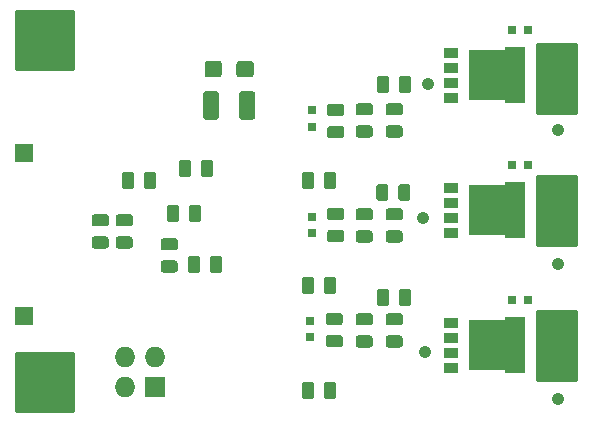
<source format=gbs>
G04 #@! TF.GenerationSoftware,KiCad,Pcbnew,(5.0.0)*
G04 #@! TF.CreationDate,2019-07-21T21:25:58-06:00*
G04 #@! TF.ProjectId,ESC_2Layer,4553435F324C617965722E6B69636164,rev?*
G04 #@! TF.SameCoordinates,PX2fc7720PY3944a50*
G04 #@! TF.FileFunction,Soldermask,Bot*
G04 #@! TF.FilePolarity,Negative*
%FSLAX46Y46*%
G04 Gerber Fmt 4.6, Leading zero omitted, Abs format (unit mm)*
G04 Created by KiCad (PCBNEW (5.0.0)) date 07/21/19 21:25:58*
%MOMM*%
%LPD*%
G01*
G04 APERTURE LIST*
%ADD10C,0.100000*%
%ADD11C,1.375800*%
%ADD12C,1.400800*%
%ADD13R,1.650800X1.650800*%
%ADD14R,1.750800X1.750800*%
%ADD15O,1.750800X1.750800*%
%ADD16R,0.650800X0.750800*%
%ADD17R,1.290000X0.840000*%
%ADD18R,3.440000X4.340000*%
%ADD19R,1.690000X4.840000*%
%ADD20C,1.025800*%
%ADD21R,0.750800X0.650800*%
%ADD22C,1.050800*%
%ADD23C,0.254000*%
G04 APERTURE END LIST*
D10*
G04 #@! TO.C,C18*
G36*
X17396260Y-7330850D02*
X17421458Y-7334588D01*
X17446169Y-7340778D01*
X17470154Y-7349360D01*
X17493183Y-7360251D01*
X17515033Y-7373348D01*
X17535494Y-7388523D01*
X17554370Y-7405630D01*
X17571477Y-7424506D01*
X17586652Y-7444967D01*
X17599749Y-7466817D01*
X17610640Y-7489846D01*
X17619222Y-7513831D01*
X17625412Y-7538542D01*
X17629150Y-7563740D01*
X17630400Y-7589184D01*
X17630400Y-9470816D01*
X17629150Y-9496260D01*
X17625412Y-9521458D01*
X17619222Y-9546169D01*
X17610640Y-9570154D01*
X17599749Y-9593183D01*
X17586652Y-9615033D01*
X17571477Y-9635494D01*
X17554370Y-9654370D01*
X17535494Y-9671477D01*
X17515033Y-9686652D01*
X17493183Y-9699749D01*
X17470154Y-9710640D01*
X17446169Y-9719222D01*
X17421458Y-9725412D01*
X17396260Y-9729150D01*
X17370816Y-9730400D01*
X16514184Y-9730400D01*
X16488740Y-9729150D01*
X16463542Y-9725412D01*
X16438831Y-9719222D01*
X16414846Y-9710640D01*
X16391817Y-9699749D01*
X16369967Y-9686652D01*
X16349506Y-9671477D01*
X16330630Y-9654370D01*
X16313523Y-9635494D01*
X16298348Y-9615033D01*
X16285251Y-9593183D01*
X16274360Y-9570154D01*
X16265778Y-9546169D01*
X16259588Y-9521458D01*
X16255850Y-9496260D01*
X16254600Y-9470816D01*
X16254600Y-7589184D01*
X16255850Y-7563740D01*
X16259588Y-7538542D01*
X16265778Y-7513831D01*
X16274360Y-7489846D01*
X16285251Y-7466817D01*
X16298348Y-7444967D01*
X16313523Y-7424506D01*
X16330630Y-7405630D01*
X16349506Y-7388523D01*
X16369967Y-7373348D01*
X16391817Y-7360251D01*
X16414846Y-7349360D01*
X16438831Y-7340778D01*
X16463542Y-7334588D01*
X16488740Y-7330850D01*
X16514184Y-7329600D01*
X17370816Y-7329600D01*
X17396260Y-7330850D01*
X17396260Y-7330850D01*
G37*
D11*
X16942500Y-8530000D03*
D10*
G36*
X20471260Y-7330850D02*
X20496458Y-7334588D01*
X20521169Y-7340778D01*
X20545154Y-7349360D01*
X20568183Y-7360251D01*
X20590033Y-7373348D01*
X20610494Y-7388523D01*
X20629370Y-7405630D01*
X20646477Y-7424506D01*
X20661652Y-7444967D01*
X20674749Y-7466817D01*
X20685640Y-7489846D01*
X20694222Y-7513831D01*
X20700412Y-7538542D01*
X20704150Y-7563740D01*
X20705400Y-7589184D01*
X20705400Y-9470816D01*
X20704150Y-9496260D01*
X20700412Y-9521458D01*
X20694222Y-9546169D01*
X20685640Y-9570154D01*
X20674749Y-9593183D01*
X20661652Y-9615033D01*
X20646477Y-9635494D01*
X20629370Y-9654370D01*
X20610494Y-9671477D01*
X20590033Y-9686652D01*
X20568183Y-9699749D01*
X20545154Y-9710640D01*
X20521169Y-9719222D01*
X20496458Y-9725412D01*
X20471260Y-9729150D01*
X20445816Y-9730400D01*
X19589184Y-9730400D01*
X19563740Y-9729150D01*
X19538542Y-9725412D01*
X19513831Y-9719222D01*
X19489846Y-9710640D01*
X19466817Y-9699749D01*
X19444967Y-9686652D01*
X19424506Y-9671477D01*
X19405630Y-9654370D01*
X19388523Y-9635494D01*
X19373348Y-9615033D01*
X19360251Y-9593183D01*
X19349360Y-9570154D01*
X19340778Y-9546169D01*
X19334588Y-9521458D01*
X19330850Y-9496260D01*
X19329600Y-9470816D01*
X19329600Y-7589184D01*
X19330850Y-7563740D01*
X19334588Y-7538542D01*
X19340778Y-7513831D01*
X19349360Y-7489846D01*
X19360251Y-7466817D01*
X19373348Y-7444967D01*
X19388523Y-7424506D01*
X19405630Y-7405630D01*
X19424506Y-7388523D01*
X19444967Y-7373348D01*
X19466817Y-7360251D01*
X19489846Y-7349360D01*
X19513831Y-7340778D01*
X19538542Y-7334588D01*
X19563740Y-7330850D01*
X19589184Y-7329600D01*
X20445816Y-7329600D01*
X20471260Y-7330850D01*
X20471260Y-7330850D01*
G37*
D11*
X20017500Y-8530000D03*
G04 #@! TD*
D10*
G04 #@! TO.C,C14*
G36*
X20321419Y-4750849D02*
X20346601Y-4754584D01*
X20371295Y-4760770D01*
X20395264Y-4769346D01*
X20418277Y-4780230D01*
X20440112Y-4793318D01*
X20460559Y-4808483D01*
X20479421Y-4825579D01*
X20496517Y-4844441D01*
X20511682Y-4864888D01*
X20524770Y-4886723D01*
X20535654Y-4909736D01*
X20544230Y-4933705D01*
X20550416Y-4958399D01*
X20554151Y-4983581D01*
X20555400Y-5009007D01*
X20555400Y-5890993D01*
X20554151Y-5916419D01*
X20550416Y-5941601D01*
X20544230Y-5966295D01*
X20535654Y-5990264D01*
X20524770Y-6013277D01*
X20511682Y-6035112D01*
X20496517Y-6055559D01*
X20479421Y-6074421D01*
X20460559Y-6091517D01*
X20440112Y-6106682D01*
X20418277Y-6119770D01*
X20395264Y-6130654D01*
X20371295Y-6139230D01*
X20346601Y-6145416D01*
X20321419Y-6149151D01*
X20295993Y-6150400D01*
X19364007Y-6150400D01*
X19338581Y-6149151D01*
X19313399Y-6145416D01*
X19288705Y-6139230D01*
X19264736Y-6130654D01*
X19241723Y-6119770D01*
X19219888Y-6106682D01*
X19199441Y-6091517D01*
X19180579Y-6074421D01*
X19163483Y-6055559D01*
X19148318Y-6035112D01*
X19135230Y-6013277D01*
X19124346Y-5990264D01*
X19115770Y-5966295D01*
X19109584Y-5941601D01*
X19105849Y-5916419D01*
X19104600Y-5890993D01*
X19104600Y-5009007D01*
X19105849Y-4983581D01*
X19109584Y-4958399D01*
X19115770Y-4933705D01*
X19124346Y-4909736D01*
X19135230Y-4886723D01*
X19148318Y-4864888D01*
X19163483Y-4844441D01*
X19180579Y-4825579D01*
X19199441Y-4808483D01*
X19219888Y-4793318D01*
X19241723Y-4780230D01*
X19264736Y-4769346D01*
X19288705Y-4760770D01*
X19313399Y-4754584D01*
X19338581Y-4750849D01*
X19364007Y-4749600D01*
X20295993Y-4749600D01*
X20321419Y-4750849D01*
X20321419Y-4750849D01*
G37*
D12*
X19830000Y-5450000D03*
D10*
G36*
X17621419Y-4750849D02*
X17646601Y-4754584D01*
X17671295Y-4760770D01*
X17695264Y-4769346D01*
X17718277Y-4780230D01*
X17740112Y-4793318D01*
X17760559Y-4808483D01*
X17779421Y-4825579D01*
X17796517Y-4844441D01*
X17811682Y-4864888D01*
X17824770Y-4886723D01*
X17835654Y-4909736D01*
X17844230Y-4933705D01*
X17850416Y-4958399D01*
X17854151Y-4983581D01*
X17855400Y-5009007D01*
X17855400Y-5890993D01*
X17854151Y-5916419D01*
X17850416Y-5941601D01*
X17844230Y-5966295D01*
X17835654Y-5990264D01*
X17824770Y-6013277D01*
X17811682Y-6035112D01*
X17796517Y-6055559D01*
X17779421Y-6074421D01*
X17760559Y-6091517D01*
X17740112Y-6106682D01*
X17718277Y-6119770D01*
X17695264Y-6130654D01*
X17671295Y-6139230D01*
X17646601Y-6145416D01*
X17621419Y-6149151D01*
X17595993Y-6150400D01*
X16664007Y-6150400D01*
X16638581Y-6149151D01*
X16613399Y-6145416D01*
X16588705Y-6139230D01*
X16564736Y-6130654D01*
X16541723Y-6119770D01*
X16519888Y-6106682D01*
X16499441Y-6091517D01*
X16480579Y-6074421D01*
X16463483Y-6055559D01*
X16448318Y-6035112D01*
X16435230Y-6013277D01*
X16424346Y-5990264D01*
X16415770Y-5966295D01*
X16409584Y-5941601D01*
X16405849Y-5916419D01*
X16404600Y-5890993D01*
X16404600Y-5009007D01*
X16405849Y-4983581D01*
X16409584Y-4958399D01*
X16415770Y-4933705D01*
X16424346Y-4909736D01*
X16435230Y-4886723D01*
X16448318Y-4864888D01*
X16463483Y-4844441D01*
X16480579Y-4825579D01*
X16499441Y-4808483D01*
X16519888Y-4793318D01*
X16541723Y-4780230D01*
X16564736Y-4769346D01*
X16588705Y-4760770D01*
X16613399Y-4754584D01*
X16638581Y-4750849D01*
X16664007Y-4749600D01*
X17595993Y-4749600D01*
X17621419Y-4750849D01*
X17621419Y-4750849D01*
G37*
D12*
X17130000Y-5450000D03*
G04 #@! TD*
D13*
G04 #@! TO.C,C7*
X1100000Y-12550000D03*
G04 #@! TD*
D14*
G04 #@! TO.C,J1*
X12200000Y-32350000D03*
D15*
X9660000Y-32350000D03*
X12200000Y-29810000D03*
X9660000Y-29810000D03*
G04 #@! TD*
D16*
G04 #@! TO.C,D6*
X42418000Y-25040000D03*
X43818000Y-25040000D03*
G04 #@! TD*
G04 #@! TO.C,D2*
X43818000Y-2180000D03*
X42418000Y-2180000D03*
G04 #@! TD*
G04 #@! TO.C,D4*
X43818000Y-13610000D03*
X42418000Y-13610000D03*
G04 #@! TD*
D17*
G04 #@! TO.C,Q4*
X37235000Y-15510000D03*
D18*
X40505000Y-17420000D03*
D19*
X42705000Y-17420000D03*
D17*
X37235000Y-16780000D03*
X37235000Y-19330000D03*
X37235000Y-18060000D03*
G04 #@! TD*
G04 #@! TO.C,Q6*
X37235000Y-26940000D03*
D18*
X40505000Y-28850000D03*
D19*
X42705000Y-28850000D03*
D17*
X37235000Y-28210000D03*
X37235000Y-30760000D03*
X37235000Y-29490000D03*
G04 #@! TD*
G04 #@! TO.C,Q2*
X37235000Y-6630000D03*
X37235000Y-7900000D03*
X37235000Y-5350000D03*
D19*
X42705000Y-5990000D03*
D18*
X40505000Y-5990000D03*
D17*
X37235000Y-4080000D03*
G04 #@! TD*
D10*
G04 #@! TO.C,C16*
G36*
X12079086Y-14155835D02*
X12103981Y-14159528D01*
X12128394Y-14165643D01*
X12152089Y-14174121D01*
X12174840Y-14184881D01*
X12196426Y-14197820D01*
X12216640Y-14212811D01*
X12235288Y-14229712D01*
X12252189Y-14248360D01*
X12267180Y-14268574D01*
X12280119Y-14290160D01*
X12290879Y-14312911D01*
X12299357Y-14336606D01*
X12305472Y-14361019D01*
X12309165Y-14385914D01*
X12310400Y-14411050D01*
X12310400Y-15348950D01*
X12309165Y-15374086D01*
X12305472Y-15398981D01*
X12299357Y-15423394D01*
X12290879Y-15447089D01*
X12280119Y-15469840D01*
X12267180Y-15491426D01*
X12252189Y-15511640D01*
X12235288Y-15530288D01*
X12216640Y-15547189D01*
X12196426Y-15562180D01*
X12174840Y-15575119D01*
X12152089Y-15585879D01*
X12128394Y-15594357D01*
X12103981Y-15600472D01*
X12079086Y-15604165D01*
X12053950Y-15605400D01*
X11541050Y-15605400D01*
X11515914Y-15604165D01*
X11491019Y-15600472D01*
X11466606Y-15594357D01*
X11442911Y-15585879D01*
X11420160Y-15575119D01*
X11398574Y-15562180D01*
X11378360Y-15547189D01*
X11359712Y-15530288D01*
X11342811Y-15511640D01*
X11327820Y-15491426D01*
X11314881Y-15469840D01*
X11304121Y-15447089D01*
X11295643Y-15423394D01*
X11289528Y-15398981D01*
X11285835Y-15374086D01*
X11284600Y-15348950D01*
X11284600Y-14411050D01*
X11285835Y-14385914D01*
X11289528Y-14361019D01*
X11295643Y-14336606D01*
X11304121Y-14312911D01*
X11314881Y-14290160D01*
X11327820Y-14268574D01*
X11342811Y-14248360D01*
X11359712Y-14229712D01*
X11378360Y-14212811D01*
X11398574Y-14197820D01*
X11420160Y-14184881D01*
X11442911Y-14174121D01*
X11466606Y-14165643D01*
X11491019Y-14159528D01*
X11515914Y-14155835D01*
X11541050Y-14154600D01*
X12053950Y-14154600D01*
X12079086Y-14155835D01*
X12079086Y-14155835D01*
G37*
D20*
X11797500Y-14880000D03*
D10*
G36*
X10204086Y-14155835D02*
X10228981Y-14159528D01*
X10253394Y-14165643D01*
X10277089Y-14174121D01*
X10299840Y-14184881D01*
X10321426Y-14197820D01*
X10341640Y-14212811D01*
X10360288Y-14229712D01*
X10377189Y-14248360D01*
X10392180Y-14268574D01*
X10405119Y-14290160D01*
X10415879Y-14312911D01*
X10424357Y-14336606D01*
X10430472Y-14361019D01*
X10434165Y-14385914D01*
X10435400Y-14411050D01*
X10435400Y-15348950D01*
X10434165Y-15374086D01*
X10430472Y-15398981D01*
X10424357Y-15423394D01*
X10415879Y-15447089D01*
X10405119Y-15469840D01*
X10392180Y-15491426D01*
X10377189Y-15511640D01*
X10360288Y-15530288D01*
X10341640Y-15547189D01*
X10321426Y-15562180D01*
X10299840Y-15575119D01*
X10277089Y-15585879D01*
X10253394Y-15594357D01*
X10228981Y-15600472D01*
X10204086Y-15604165D01*
X10178950Y-15605400D01*
X9666050Y-15605400D01*
X9640914Y-15604165D01*
X9616019Y-15600472D01*
X9591606Y-15594357D01*
X9567911Y-15585879D01*
X9545160Y-15575119D01*
X9523574Y-15562180D01*
X9503360Y-15547189D01*
X9484712Y-15530288D01*
X9467811Y-15511640D01*
X9452820Y-15491426D01*
X9439881Y-15469840D01*
X9429121Y-15447089D01*
X9420643Y-15423394D01*
X9414528Y-15398981D01*
X9410835Y-15374086D01*
X9409600Y-15348950D01*
X9409600Y-14411050D01*
X9410835Y-14385914D01*
X9414528Y-14361019D01*
X9420643Y-14336606D01*
X9429121Y-14312911D01*
X9439881Y-14290160D01*
X9452820Y-14268574D01*
X9467811Y-14248360D01*
X9484712Y-14229712D01*
X9503360Y-14212811D01*
X9523574Y-14197820D01*
X9545160Y-14184881D01*
X9567911Y-14174121D01*
X9591606Y-14165643D01*
X9616019Y-14159528D01*
X9640914Y-14155835D01*
X9666050Y-14154600D01*
X10178950Y-14154600D01*
X10204086Y-14155835D01*
X10204086Y-14155835D01*
G37*
D20*
X9922500Y-14880000D03*
G04 #@! TD*
D10*
G04 #@! TO.C,C8*
G36*
X27319086Y-14155835D02*
X27343981Y-14159528D01*
X27368394Y-14165643D01*
X27392089Y-14174121D01*
X27414840Y-14184881D01*
X27436426Y-14197820D01*
X27456640Y-14212811D01*
X27475288Y-14229712D01*
X27492189Y-14248360D01*
X27507180Y-14268574D01*
X27520119Y-14290160D01*
X27530879Y-14312911D01*
X27539357Y-14336606D01*
X27545472Y-14361019D01*
X27549165Y-14385914D01*
X27550400Y-14411050D01*
X27550400Y-15348950D01*
X27549165Y-15374086D01*
X27545472Y-15398981D01*
X27539357Y-15423394D01*
X27530879Y-15447089D01*
X27520119Y-15469840D01*
X27507180Y-15491426D01*
X27492189Y-15511640D01*
X27475288Y-15530288D01*
X27456640Y-15547189D01*
X27436426Y-15562180D01*
X27414840Y-15575119D01*
X27392089Y-15585879D01*
X27368394Y-15594357D01*
X27343981Y-15600472D01*
X27319086Y-15604165D01*
X27293950Y-15605400D01*
X26781050Y-15605400D01*
X26755914Y-15604165D01*
X26731019Y-15600472D01*
X26706606Y-15594357D01*
X26682911Y-15585879D01*
X26660160Y-15575119D01*
X26638574Y-15562180D01*
X26618360Y-15547189D01*
X26599712Y-15530288D01*
X26582811Y-15511640D01*
X26567820Y-15491426D01*
X26554881Y-15469840D01*
X26544121Y-15447089D01*
X26535643Y-15423394D01*
X26529528Y-15398981D01*
X26525835Y-15374086D01*
X26524600Y-15348950D01*
X26524600Y-14411050D01*
X26525835Y-14385914D01*
X26529528Y-14361019D01*
X26535643Y-14336606D01*
X26544121Y-14312911D01*
X26554881Y-14290160D01*
X26567820Y-14268574D01*
X26582811Y-14248360D01*
X26599712Y-14229712D01*
X26618360Y-14212811D01*
X26638574Y-14197820D01*
X26660160Y-14184881D01*
X26682911Y-14174121D01*
X26706606Y-14165643D01*
X26731019Y-14159528D01*
X26755914Y-14155835D01*
X26781050Y-14154600D01*
X27293950Y-14154600D01*
X27319086Y-14155835D01*
X27319086Y-14155835D01*
G37*
D20*
X27037500Y-14880000D03*
D10*
G36*
X25444086Y-14155835D02*
X25468981Y-14159528D01*
X25493394Y-14165643D01*
X25517089Y-14174121D01*
X25539840Y-14184881D01*
X25561426Y-14197820D01*
X25581640Y-14212811D01*
X25600288Y-14229712D01*
X25617189Y-14248360D01*
X25632180Y-14268574D01*
X25645119Y-14290160D01*
X25655879Y-14312911D01*
X25664357Y-14336606D01*
X25670472Y-14361019D01*
X25674165Y-14385914D01*
X25675400Y-14411050D01*
X25675400Y-15348950D01*
X25674165Y-15374086D01*
X25670472Y-15398981D01*
X25664357Y-15423394D01*
X25655879Y-15447089D01*
X25645119Y-15469840D01*
X25632180Y-15491426D01*
X25617189Y-15511640D01*
X25600288Y-15530288D01*
X25581640Y-15547189D01*
X25561426Y-15562180D01*
X25539840Y-15575119D01*
X25517089Y-15585879D01*
X25493394Y-15594357D01*
X25468981Y-15600472D01*
X25444086Y-15604165D01*
X25418950Y-15605400D01*
X24906050Y-15605400D01*
X24880914Y-15604165D01*
X24856019Y-15600472D01*
X24831606Y-15594357D01*
X24807911Y-15585879D01*
X24785160Y-15575119D01*
X24763574Y-15562180D01*
X24743360Y-15547189D01*
X24724712Y-15530288D01*
X24707811Y-15511640D01*
X24692820Y-15491426D01*
X24679881Y-15469840D01*
X24669121Y-15447089D01*
X24660643Y-15423394D01*
X24654528Y-15398981D01*
X24650835Y-15374086D01*
X24649600Y-15348950D01*
X24649600Y-14411050D01*
X24650835Y-14385914D01*
X24654528Y-14361019D01*
X24660643Y-14336606D01*
X24669121Y-14312911D01*
X24679881Y-14290160D01*
X24692820Y-14268574D01*
X24707811Y-14248360D01*
X24724712Y-14229712D01*
X24743360Y-14212811D01*
X24763574Y-14197820D01*
X24785160Y-14184881D01*
X24807911Y-14174121D01*
X24831606Y-14165643D01*
X24856019Y-14159528D01*
X24880914Y-14155835D01*
X24906050Y-14154600D01*
X25418950Y-14154600D01*
X25444086Y-14155835D01*
X25444086Y-14155835D01*
G37*
D20*
X25162500Y-14880000D03*
G04 #@! TD*
D10*
G04 #@! TO.C,C2*
G36*
X30404086Y-17240835D02*
X30428981Y-17244528D01*
X30453394Y-17250643D01*
X30477089Y-17259121D01*
X30499840Y-17269881D01*
X30521426Y-17282820D01*
X30541640Y-17297811D01*
X30560288Y-17314712D01*
X30577189Y-17333360D01*
X30592180Y-17353574D01*
X30605119Y-17375160D01*
X30615879Y-17397911D01*
X30624357Y-17421606D01*
X30630472Y-17446019D01*
X30634165Y-17470914D01*
X30635400Y-17496050D01*
X30635400Y-18008950D01*
X30634165Y-18034086D01*
X30630472Y-18058981D01*
X30624357Y-18083394D01*
X30615879Y-18107089D01*
X30605119Y-18129840D01*
X30592180Y-18151426D01*
X30577189Y-18171640D01*
X30560288Y-18190288D01*
X30541640Y-18207189D01*
X30521426Y-18222180D01*
X30499840Y-18235119D01*
X30477089Y-18245879D01*
X30453394Y-18254357D01*
X30428981Y-18260472D01*
X30404086Y-18264165D01*
X30378950Y-18265400D01*
X29441050Y-18265400D01*
X29415914Y-18264165D01*
X29391019Y-18260472D01*
X29366606Y-18254357D01*
X29342911Y-18245879D01*
X29320160Y-18235119D01*
X29298574Y-18222180D01*
X29278360Y-18207189D01*
X29259712Y-18190288D01*
X29242811Y-18171640D01*
X29227820Y-18151426D01*
X29214881Y-18129840D01*
X29204121Y-18107089D01*
X29195643Y-18083394D01*
X29189528Y-18058981D01*
X29185835Y-18034086D01*
X29184600Y-18008950D01*
X29184600Y-17496050D01*
X29185835Y-17470914D01*
X29189528Y-17446019D01*
X29195643Y-17421606D01*
X29204121Y-17397911D01*
X29214881Y-17375160D01*
X29227820Y-17353574D01*
X29242811Y-17333360D01*
X29259712Y-17314712D01*
X29278360Y-17297811D01*
X29298574Y-17282820D01*
X29320160Y-17269881D01*
X29342911Y-17259121D01*
X29366606Y-17250643D01*
X29391019Y-17244528D01*
X29415914Y-17240835D01*
X29441050Y-17239600D01*
X30378950Y-17239600D01*
X30404086Y-17240835D01*
X30404086Y-17240835D01*
G37*
D20*
X29910000Y-17752500D03*
D10*
G36*
X30404086Y-19115835D02*
X30428981Y-19119528D01*
X30453394Y-19125643D01*
X30477089Y-19134121D01*
X30499840Y-19144881D01*
X30521426Y-19157820D01*
X30541640Y-19172811D01*
X30560288Y-19189712D01*
X30577189Y-19208360D01*
X30592180Y-19228574D01*
X30605119Y-19250160D01*
X30615879Y-19272911D01*
X30624357Y-19296606D01*
X30630472Y-19321019D01*
X30634165Y-19345914D01*
X30635400Y-19371050D01*
X30635400Y-19883950D01*
X30634165Y-19909086D01*
X30630472Y-19933981D01*
X30624357Y-19958394D01*
X30615879Y-19982089D01*
X30605119Y-20004840D01*
X30592180Y-20026426D01*
X30577189Y-20046640D01*
X30560288Y-20065288D01*
X30541640Y-20082189D01*
X30521426Y-20097180D01*
X30499840Y-20110119D01*
X30477089Y-20120879D01*
X30453394Y-20129357D01*
X30428981Y-20135472D01*
X30404086Y-20139165D01*
X30378950Y-20140400D01*
X29441050Y-20140400D01*
X29415914Y-20139165D01*
X29391019Y-20135472D01*
X29366606Y-20129357D01*
X29342911Y-20120879D01*
X29320160Y-20110119D01*
X29298574Y-20097180D01*
X29278360Y-20082189D01*
X29259712Y-20065288D01*
X29242811Y-20046640D01*
X29227820Y-20026426D01*
X29214881Y-20004840D01*
X29204121Y-19982089D01*
X29195643Y-19958394D01*
X29189528Y-19933981D01*
X29185835Y-19909086D01*
X29184600Y-19883950D01*
X29184600Y-19371050D01*
X29185835Y-19345914D01*
X29189528Y-19321019D01*
X29195643Y-19296606D01*
X29204121Y-19272911D01*
X29214881Y-19250160D01*
X29227820Y-19228574D01*
X29242811Y-19208360D01*
X29259712Y-19189712D01*
X29278360Y-19172811D01*
X29298574Y-19157820D01*
X29320160Y-19144881D01*
X29342911Y-19134121D01*
X29366606Y-19125643D01*
X29391019Y-19119528D01*
X29415914Y-19115835D01*
X29441050Y-19114600D01*
X30378950Y-19114600D01*
X30404086Y-19115835D01*
X30404086Y-19115835D01*
G37*
D20*
X29910000Y-19627500D03*
G04 #@! TD*
D10*
G04 #@! TO.C,C19*
G36*
X10084086Y-17748835D02*
X10108981Y-17752528D01*
X10133394Y-17758643D01*
X10157089Y-17767121D01*
X10179840Y-17777881D01*
X10201426Y-17790820D01*
X10221640Y-17805811D01*
X10240288Y-17822712D01*
X10257189Y-17841360D01*
X10272180Y-17861574D01*
X10285119Y-17883160D01*
X10295879Y-17905911D01*
X10304357Y-17929606D01*
X10310472Y-17954019D01*
X10314165Y-17978914D01*
X10315400Y-18004050D01*
X10315400Y-18516950D01*
X10314165Y-18542086D01*
X10310472Y-18566981D01*
X10304357Y-18591394D01*
X10295879Y-18615089D01*
X10285119Y-18637840D01*
X10272180Y-18659426D01*
X10257189Y-18679640D01*
X10240288Y-18698288D01*
X10221640Y-18715189D01*
X10201426Y-18730180D01*
X10179840Y-18743119D01*
X10157089Y-18753879D01*
X10133394Y-18762357D01*
X10108981Y-18768472D01*
X10084086Y-18772165D01*
X10058950Y-18773400D01*
X9121050Y-18773400D01*
X9095914Y-18772165D01*
X9071019Y-18768472D01*
X9046606Y-18762357D01*
X9022911Y-18753879D01*
X9000160Y-18743119D01*
X8978574Y-18730180D01*
X8958360Y-18715189D01*
X8939712Y-18698288D01*
X8922811Y-18679640D01*
X8907820Y-18659426D01*
X8894881Y-18637840D01*
X8884121Y-18615089D01*
X8875643Y-18591394D01*
X8869528Y-18566981D01*
X8865835Y-18542086D01*
X8864600Y-18516950D01*
X8864600Y-18004050D01*
X8865835Y-17978914D01*
X8869528Y-17954019D01*
X8875643Y-17929606D01*
X8884121Y-17905911D01*
X8894881Y-17883160D01*
X8907820Y-17861574D01*
X8922811Y-17841360D01*
X8939712Y-17822712D01*
X8958360Y-17805811D01*
X8978574Y-17790820D01*
X9000160Y-17777881D01*
X9022911Y-17767121D01*
X9046606Y-17758643D01*
X9071019Y-17752528D01*
X9095914Y-17748835D01*
X9121050Y-17747600D01*
X10058950Y-17747600D01*
X10084086Y-17748835D01*
X10084086Y-17748835D01*
G37*
D20*
X9590000Y-18260500D03*
D10*
G36*
X10084086Y-19623835D02*
X10108981Y-19627528D01*
X10133394Y-19633643D01*
X10157089Y-19642121D01*
X10179840Y-19652881D01*
X10201426Y-19665820D01*
X10221640Y-19680811D01*
X10240288Y-19697712D01*
X10257189Y-19716360D01*
X10272180Y-19736574D01*
X10285119Y-19758160D01*
X10295879Y-19780911D01*
X10304357Y-19804606D01*
X10310472Y-19829019D01*
X10314165Y-19853914D01*
X10315400Y-19879050D01*
X10315400Y-20391950D01*
X10314165Y-20417086D01*
X10310472Y-20441981D01*
X10304357Y-20466394D01*
X10295879Y-20490089D01*
X10285119Y-20512840D01*
X10272180Y-20534426D01*
X10257189Y-20554640D01*
X10240288Y-20573288D01*
X10221640Y-20590189D01*
X10201426Y-20605180D01*
X10179840Y-20618119D01*
X10157089Y-20628879D01*
X10133394Y-20637357D01*
X10108981Y-20643472D01*
X10084086Y-20647165D01*
X10058950Y-20648400D01*
X9121050Y-20648400D01*
X9095914Y-20647165D01*
X9071019Y-20643472D01*
X9046606Y-20637357D01*
X9022911Y-20628879D01*
X9000160Y-20618119D01*
X8978574Y-20605180D01*
X8958360Y-20590189D01*
X8939712Y-20573288D01*
X8922811Y-20554640D01*
X8907820Y-20534426D01*
X8894881Y-20512840D01*
X8884121Y-20490089D01*
X8875643Y-20466394D01*
X8869528Y-20441981D01*
X8865835Y-20417086D01*
X8864600Y-20391950D01*
X8864600Y-19879050D01*
X8865835Y-19853914D01*
X8869528Y-19829019D01*
X8875643Y-19804606D01*
X8884121Y-19780911D01*
X8894881Y-19758160D01*
X8907820Y-19736574D01*
X8922811Y-19716360D01*
X8939712Y-19697712D01*
X8958360Y-19680811D01*
X8978574Y-19665820D01*
X9000160Y-19652881D01*
X9022911Y-19642121D01*
X9046606Y-19633643D01*
X9071019Y-19627528D01*
X9095914Y-19623835D01*
X9121050Y-19622600D01*
X10058950Y-19622600D01*
X10084086Y-19623835D01*
X10084086Y-19623835D01*
G37*
D20*
X9590000Y-20135500D03*
G04 #@! TD*
D10*
G04 #@! TO.C,C20*
G36*
X8052086Y-19623835D02*
X8076981Y-19627528D01*
X8101394Y-19633643D01*
X8125089Y-19642121D01*
X8147840Y-19652881D01*
X8169426Y-19665820D01*
X8189640Y-19680811D01*
X8208288Y-19697712D01*
X8225189Y-19716360D01*
X8240180Y-19736574D01*
X8253119Y-19758160D01*
X8263879Y-19780911D01*
X8272357Y-19804606D01*
X8278472Y-19829019D01*
X8282165Y-19853914D01*
X8283400Y-19879050D01*
X8283400Y-20391950D01*
X8282165Y-20417086D01*
X8278472Y-20441981D01*
X8272357Y-20466394D01*
X8263879Y-20490089D01*
X8253119Y-20512840D01*
X8240180Y-20534426D01*
X8225189Y-20554640D01*
X8208288Y-20573288D01*
X8189640Y-20590189D01*
X8169426Y-20605180D01*
X8147840Y-20618119D01*
X8125089Y-20628879D01*
X8101394Y-20637357D01*
X8076981Y-20643472D01*
X8052086Y-20647165D01*
X8026950Y-20648400D01*
X7089050Y-20648400D01*
X7063914Y-20647165D01*
X7039019Y-20643472D01*
X7014606Y-20637357D01*
X6990911Y-20628879D01*
X6968160Y-20618119D01*
X6946574Y-20605180D01*
X6926360Y-20590189D01*
X6907712Y-20573288D01*
X6890811Y-20554640D01*
X6875820Y-20534426D01*
X6862881Y-20512840D01*
X6852121Y-20490089D01*
X6843643Y-20466394D01*
X6837528Y-20441981D01*
X6833835Y-20417086D01*
X6832600Y-20391950D01*
X6832600Y-19879050D01*
X6833835Y-19853914D01*
X6837528Y-19829019D01*
X6843643Y-19804606D01*
X6852121Y-19780911D01*
X6862881Y-19758160D01*
X6875820Y-19736574D01*
X6890811Y-19716360D01*
X6907712Y-19697712D01*
X6926360Y-19680811D01*
X6946574Y-19665820D01*
X6968160Y-19652881D01*
X6990911Y-19642121D01*
X7014606Y-19633643D01*
X7039019Y-19627528D01*
X7063914Y-19623835D01*
X7089050Y-19622600D01*
X8026950Y-19622600D01*
X8052086Y-19623835D01*
X8052086Y-19623835D01*
G37*
D20*
X7558000Y-20135500D03*
D10*
G36*
X8052086Y-17748835D02*
X8076981Y-17752528D01*
X8101394Y-17758643D01*
X8125089Y-17767121D01*
X8147840Y-17777881D01*
X8169426Y-17790820D01*
X8189640Y-17805811D01*
X8208288Y-17822712D01*
X8225189Y-17841360D01*
X8240180Y-17861574D01*
X8253119Y-17883160D01*
X8263879Y-17905911D01*
X8272357Y-17929606D01*
X8278472Y-17954019D01*
X8282165Y-17978914D01*
X8283400Y-18004050D01*
X8283400Y-18516950D01*
X8282165Y-18542086D01*
X8278472Y-18566981D01*
X8272357Y-18591394D01*
X8263879Y-18615089D01*
X8253119Y-18637840D01*
X8240180Y-18659426D01*
X8225189Y-18679640D01*
X8208288Y-18698288D01*
X8189640Y-18715189D01*
X8169426Y-18730180D01*
X8147840Y-18743119D01*
X8125089Y-18753879D01*
X8101394Y-18762357D01*
X8076981Y-18768472D01*
X8052086Y-18772165D01*
X8026950Y-18773400D01*
X7089050Y-18773400D01*
X7063914Y-18772165D01*
X7039019Y-18768472D01*
X7014606Y-18762357D01*
X6990911Y-18753879D01*
X6968160Y-18743119D01*
X6946574Y-18730180D01*
X6926360Y-18715189D01*
X6907712Y-18698288D01*
X6890811Y-18679640D01*
X6875820Y-18659426D01*
X6862881Y-18637840D01*
X6852121Y-18615089D01*
X6843643Y-18591394D01*
X6837528Y-18566981D01*
X6833835Y-18542086D01*
X6832600Y-18516950D01*
X6832600Y-18004050D01*
X6833835Y-17978914D01*
X6837528Y-17954019D01*
X6843643Y-17929606D01*
X6852121Y-17905911D01*
X6862881Y-17883160D01*
X6875820Y-17861574D01*
X6890811Y-17841360D01*
X6907712Y-17822712D01*
X6926360Y-17805811D01*
X6946574Y-17790820D01*
X6968160Y-17777881D01*
X6990911Y-17767121D01*
X7014606Y-17758643D01*
X7039019Y-17752528D01*
X7063914Y-17748835D01*
X7089050Y-17747600D01*
X8026950Y-17747600D01*
X8052086Y-17748835D01*
X8052086Y-17748835D01*
G37*
D20*
X7558000Y-18260500D03*
G04 #@! TD*
D10*
G04 #@! TO.C,C21*
G36*
X13894086Y-19780835D02*
X13918981Y-19784528D01*
X13943394Y-19790643D01*
X13967089Y-19799121D01*
X13989840Y-19809881D01*
X14011426Y-19822820D01*
X14031640Y-19837811D01*
X14050288Y-19854712D01*
X14067189Y-19873360D01*
X14082180Y-19893574D01*
X14095119Y-19915160D01*
X14105879Y-19937911D01*
X14114357Y-19961606D01*
X14120472Y-19986019D01*
X14124165Y-20010914D01*
X14125400Y-20036050D01*
X14125400Y-20548950D01*
X14124165Y-20574086D01*
X14120472Y-20598981D01*
X14114357Y-20623394D01*
X14105879Y-20647089D01*
X14095119Y-20669840D01*
X14082180Y-20691426D01*
X14067189Y-20711640D01*
X14050288Y-20730288D01*
X14031640Y-20747189D01*
X14011426Y-20762180D01*
X13989840Y-20775119D01*
X13967089Y-20785879D01*
X13943394Y-20794357D01*
X13918981Y-20800472D01*
X13894086Y-20804165D01*
X13868950Y-20805400D01*
X12931050Y-20805400D01*
X12905914Y-20804165D01*
X12881019Y-20800472D01*
X12856606Y-20794357D01*
X12832911Y-20785879D01*
X12810160Y-20775119D01*
X12788574Y-20762180D01*
X12768360Y-20747189D01*
X12749712Y-20730288D01*
X12732811Y-20711640D01*
X12717820Y-20691426D01*
X12704881Y-20669840D01*
X12694121Y-20647089D01*
X12685643Y-20623394D01*
X12679528Y-20598981D01*
X12675835Y-20574086D01*
X12674600Y-20548950D01*
X12674600Y-20036050D01*
X12675835Y-20010914D01*
X12679528Y-19986019D01*
X12685643Y-19961606D01*
X12694121Y-19937911D01*
X12704881Y-19915160D01*
X12717820Y-19893574D01*
X12732811Y-19873360D01*
X12749712Y-19854712D01*
X12768360Y-19837811D01*
X12788574Y-19822820D01*
X12810160Y-19809881D01*
X12832911Y-19799121D01*
X12856606Y-19790643D01*
X12881019Y-19784528D01*
X12905914Y-19780835D01*
X12931050Y-19779600D01*
X13868950Y-19779600D01*
X13894086Y-19780835D01*
X13894086Y-19780835D01*
G37*
D20*
X13400000Y-20292500D03*
D10*
G36*
X13894086Y-21655835D02*
X13918981Y-21659528D01*
X13943394Y-21665643D01*
X13967089Y-21674121D01*
X13989840Y-21684881D01*
X14011426Y-21697820D01*
X14031640Y-21712811D01*
X14050288Y-21729712D01*
X14067189Y-21748360D01*
X14082180Y-21768574D01*
X14095119Y-21790160D01*
X14105879Y-21812911D01*
X14114357Y-21836606D01*
X14120472Y-21861019D01*
X14124165Y-21885914D01*
X14125400Y-21911050D01*
X14125400Y-22423950D01*
X14124165Y-22449086D01*
X14120472Y-22473981D01*
X14114357Y-22498394D01*
X14105879Y-22522089D01*
X14095119Y-22544840D01*
X14082180Y-22566426D01*
X14067189Y-22586640D01*
X14050288Y-22605288D01*
X14031640Y-22622189D01*
X14011426Y-22637180D01*
X13989840Y-22650119D01*
X13967089Y-22660879D01*
X13943394Y-22669357D01*
X13918981Y-22675472D01*
X13894086Y-22679165D01*
X13868950Y-22680400D01*
X12931050Y-22680400D01*
X12905914Y-22679165D01*
X12881019Y-22675472D01*
X12856606Y-22669357D01*
X12832911Y-22660879D01*
X12810160Y-22650119D01*
X12788574Y-22637180D01*
X12768360Y-22622189D01*
X12749712Y-22605288D01*
X12732811Y-22586640D01*
X12717820Y-22566426D01*
X12704881Y-22544840D01*
X12694121Y-22522089D01*
X12685643Y-22498394D01*
X12679528Y-22473981D01*
X12675835Y-22449086D01*
X12674600Y-22423950D01*
X12674600Y-21911050D01*
X12675835Y-21885914D01*
X12679528Y-21861019D01*
X12685643Y-21836606D01*
X12694121Y-21812911D01*
X12704881Y-21790160D01*
X12717820Y-21768574D01*
X12732811Y-21748360D01*
X12749712Y-21729712D01*
X12768360Y-21712811D01*
X12788574Y-21697820D01*
X12810160Y-21684881D01*
X12832911Y-21674121D01*
X12856606Y-21665643D01*
X12881019Y-21659528D01*
X12905914Y-21655835D01*
X12931050Y-21654600D01*
X13868950Y-21654600D01*
X13894086Y-21655835D01*
X13894086Y-21655835D01*
G37*
D20*
X13400000Y-22167500D03*
G04 #@! TD*
D10*
G04 #@! TO.C,C6*
G36*
X32944086Y-28005835D02*
X32968981Y-28009528D01*
X32993394Y-28015643D01*
X33017089Y-28024121D01*
X33039840Y-28034881D01*
X33061426Y-28047820D01*
X33081640Y-28062811D01*
X33100288Y-28079712D01*
X33117189Y-28098360D01*
X33132180Y-28118574D01*
X33145119Y-28140160D01*
X33155879Y-28162911D01*
X33164357Y-28186606D01*
X33170472Y-28211019D01*
X33174165Y-28235914D01*
X33175400Y-28261050D01*
X33175400Y-28773950D01*
X33174165Y-28799086D01*
X33170472Y-28823981D01*
X33164357Y-28848394D01*
X33155879Y-28872089D01*
X33145119Y-28894840D01*
X33132180Y-28916426D01*
X33117189Y-28936640D01*
X33100288Y-28955288D01*
X33081640Y-28972189D01*
X33061426Y-28987180D01*
X33039840Y-29000119D01*
X33017089Y-29010879D01*
X32993394Y-29019357D01*
X32968981Y-29025472D01*
X32944086Y-29029165D01*
X32918950Y-29030400D01*
X31981050Y-29030400D01*
X31955914Y-29029165D01*
X31931019Y-29025472D01*
X31906606Y-29019357D01*
X31882911Y-29010879D01*
X31860160Y-29000119D01*
X31838574Y-28987180D01*
X31818360Y-28972189D01*
X31799712Y-28955288D01*
X31782811Y-28936640D01*
X31767820Y-28916426D01*
X31754881Y-28894840D01*
X31744121Y-28872089D01*
X31735643Y-28848394D01*
X31729528Y-28823981D01*
X31725835Y-28799086D01*
X31724600Y-28773950D01*
X31724600Y-28261050D01*
X31725835Y-28235914D01*
X31729528Y-28211019D01*
X31735643Y-28186606D01*
X31744121Y-28162911D01*
X31754881Y-28140160D01*
X31767820Y-28118574D01*
X31782811Y-28098360D01*
X31799712Y-28079712D01*
X31818360Y-28062811D01*
X31838574Y-28047820D01*
X31860160Y-28034881D01*
X31882911Y-28024121D01*
X31906606Y-28015643D01*
X31931019Y-28009528D01*
X31955914Y-28005835D01*
X31981050Y-28004600D01*
X32918950Y-28004600D01*
X32944086Y-28005835D01*
X32944086Y-28005835D01*
G37*
D20*
X32450000Y-28517500D03*
D10*
G36*
X32944086Y-26130835D02*
X32968981Y-26134528D01*
X32993394Y-26140643D01*
X33017089Y-26149121D01*
X33039840Y-26159881D01*
X33061426Y-26172820D01*
X33081640Y-26187811D01*
X33100288Y-26204712D01*
X33117189Y-26223360D01*
X33132180Y-26243574D01*
X33145119Y-26265160D01*
X33155879Y-26287911D01*
X33164357Y-26311606D01*
X33170472Y-26336019D01*
X33174165Y-26360914D01*
X33175400Y-26386050D01*
X33175400Y-26898950D01*
X33174165Y-26924086D01*
X33170472Y-26948981D01*
X33164357Y-26973394D01*
X33155879Y-26997089D01*
X33145119Y-27019840D01*
X33132180Y-27041426D01*
X33117189Y-27061640D01*
X33100288Y-27080288D01*
X33081640Y-27097189D01*
X33061426Y-27112180D01*
X33039840Y-27125119D01*
X33017089Y-27135879D01*
X32993394Y-27144357D01*
X32968981Y-27150472D01*
X32944086Y-27154165D01*
X32918950Y-27155400D01*
X31981050Y-27155400D01*
X31955914Y-27154165D01*
X31931019Y-27150472D01*
X31906606Y-27144357D01*
X31882911Y-27135879D01*
X31860160Y-27125119D01*
X31838574Y-27112180D01*
X31818360Y-27097189D01*
X31799712Y-27080288D01*
X31782811Y-27061640D01*
X31767820Y-27041426D01*
X31754881Y-27019840D01*
X31744121Y-26997089D01*
X31735643Y-26973394D01*
X31729528Y-26948981D01*
X31725835Y-26924086D01*
X31724600Y-26898950D01*
X31724600Y-26386050D01*
X31725835Y-26360914D01*
X31729528Y-26336019D01*
X31735643Y-26311606D01*
X31744121Y-26287911D01*
X31754881Y-26265160D01*
X31767820Y-26243574D01*
X31782811Y-26223360D01*
X31799712Y-26204712D01*
X31818360Y-26187811D01*
X31838574Y-26172820D01*
X31860160Y-26159881D01*
X31882911Y-26149121D01*
X31906606Y-26140643D01*
X31931019Y-26134528D01*
X31955914Y-26130835D01*
X31981050Y-26129600D01*
X32918950Y-26129600D01*
X32944086Y-26130835D01*
X32944086Y-26130835D01*
G37*
D20*
X32450000Y-26642500D03*
G04 #@! TD*
D10*
G04 #@! TO.C,C5*
G36*
X32944086Y-17240835D02*
X32968981Y-17244528D01*
X32993394Y-17250643D01*
X33017089Y-17259121D01*
X33039840Y-17269881D01*
X33061426Y-17282820D01*
X33081640Y-17297811D01*
X33100288Y-17314712D01*
X33117189Y-17333360D01*
X33132180Y-17353574D01*
X33145119Y-17375160D01*
X33155879Y-17397911D01*
X33164357Y-17421606D01*
X33170472Y-17446019D01*
X33174165Y-17470914D01*
X33175400Y-17496050D01*
X33175400Y-18008950D01*
X33174165Y-18034086D01*
X33170472Y-18058981D01*
X33164357Y-18083394D01*
X33155879Y-18107089D01*
X33145119Y-18129840D01*
X33132180Y-18151426D01*
X33117189Y-18171640D01*
X33100288Y-18190288D01*
X33081640Y-18207189D01*
X33061426Y-18222180D01*
X33039840Y-18235119D01*
X33017089Y-18245879D01*
X32993394Y-18254357D01*
X32968981Y-18260472D01*
X32944086Y-18264165D01*
X32918950Y-18265400D01*
X31981050Y-18265400D01*
X31955914Y-18264165D01*
X31931019Y-18260472D01*
X31906606Y-18254357D01*
X31882911Y-18245879D01*
X31860160Y-18235119D01*
X31838574Y-18222180D01*
X31818360Y-18207189D01*
X31799712Y-18190288D01*
X31782811Y-18171640D01*
X31767820Y-18151426D01*
X31754881Y-18129840D01*
X31744121Y-18107089D01*
X31735643Y-18083394D01*
X31729528Y-18058981D01*
X31725835Y-18034086D01*
X31724600Y-18008950D01*
X31724600Y-17496050D01*
X31725835Y-17470914D01*
X31729528Y-17446019D01*
X31735643Y-17421606D01*
X31744121Y-17397911D01*
X31754881Y-17375160D01*
X31767820Y-17353574D01*
X31782811Y-17333360D01*
X31799712Y-17314712D01*
X31818360Y-17297811D01*
X31838574Y-17282820D01*
X31860160Y-17269881D01*
X31882911Y-17259121D01*
X31906606Y-17250643D01*
X31931019Y-17244528D01*
X31955914Y-17240835D01*
X31981050Y-17239600D01*
X32918950Y-17239600D01*
X32944086Y-17240835D01*
X32944086Y-17240835D01*
G37*
D20*
X32450000Y-17752500D03*
D10*
G36*
X32944086Y-19115835D02*
X32968981Y-19119528D01*
X32993394Y-19125643D01*
X33017089Y-19134121D01*
X33039840Y-19144881D01*
X33061426Y-19157820D01*
X33081640Y-19172811D01*
X33100288Y-19189712D01*
X33117189Y-19208360D01*
X33132180Y-19228574D01*
X33145119Y-19250160D01*
X33155879Y-19272911D01*
X33164357Y-19296606D01*
X33170472Y-19321019D01*
X33174165Y-19345914D01*
X33175400Y-19371050D01*
X33175400Y-19883950D01*
X33174165Y-19909086D01*
X33170472Y-19933981D01*
X33164357Y-19958394D01*
X33155879Y-19982089D01*
X33145119Y-20004840D01*
X33132180Y-20026426D01*
X33117189Y-20046640D01*
X33100288Y-20065288D01*
X33081640Y-20082189D01*
X33061426Y-20097180D01*
X33039840Y-20110119D01*
X33017089Y-20120879D01*
X32993394Y-20129357D01*
X32968981Y-20135472D01*
X32944086Y-20139165D01*
X32918950Y-20140400D01*
X31981050Y-20140400D01*
X31955914Y-20139165D01*
X31931019Y-20135472D01*
X31906606Y-20129357D01*
X31882911Y-20120879D01*
X31860160Y-20110119D01*
X31838574Y-20097180D01*
X31818360Y-20082189D01*
X31799712Y-20065288D01*
X31782811Y-20046640D01*
X31767820Y-20026426D01*
X31754881Y-20004840D01*
X31744121Y-19982089D01*
X31735643Y-19958394D01*
X31729528Y-19933981D01*
X31725835Y-19909086D01*
X31724600Y-19883950D01*
X31724600Y-19371050D01*
X31725835Y-19345914D01*
X31729528Y-19321019D01*
X31735643Y-19296606D01*
X31744121Y-19272911D01*
X31754881Y-19250160D01*
X31767820Y-19228574D01*
X31782811Y-19208360D01*
X31799712Y-19189712D01*
X31818360Y-19172811D01*
X31838574Y-19157820D01*
X31860160Y-19144881D01*
X31882911Y-19134121D01*
X31906606Y-19125643D01*
X31931019Y-19119528D01*
X31955914Y-19115835D01*
X31981050Y-19114600D01*
X32918950Y-19114600D01*
X32944086Y-19115835D01*
X32944086Y-19115835D01*
G37*
D20*
X32450000Y-19627500D03*
G04 #@! TD*
D10*
G04 #@! TO.C,C4*
G36*
X32944086Y-10225835D02*
X32968981Y-10229528D01*
X32993394Y-10235643D01*
X33017089Y-10244121D01*
X33039840Y-10254881D01*
X33061426Y-10267820D01*
X33081640Y-10282811D01*
X33100288Y-10299712D01*
X33117189Y-10318360D01*
X33132180Y-10338574D01*
X33145119Y-10360160D01*
X33155879Y-10382911D01*
X33164357Y-10406606D01*
X33170472Y-10431019D01*
X33174165Y-10455914D01*
X33175400Y-10481050D01*
X33175400Y-10993950D01*
X33174165Y-11019086D01*
X33170472Y-11043981D01*
X33164357Y-11068394D01*
X33155879Y-11092089D01*
X33145119Y-11114840D01*
X33132180Y-11136426D01*
X33117189Y-11156640D01*
X33100288Y-11175288D01*
X33081640Y-11192189D01*
X33061426Y-11207180D01*
X33039840Y-11220119D01*
X33017089Y-11230879D01*
X32993394Y-11239357D01*
X32968981Y-11245472D01*
X32944086Y-11249165D01*
X32918950Y-11250400D01*
X31981050Y-11250400D01*
X31955914Y-11249165D01*
X31931019Y-11245472D01*
X31906606Y-11239357D01*
X31882911Y-11230879D01*
X31860160Y-11220119D01*
X31838574Y-11207180D01*
X31818360Y-11192189D01*
X31799712Y-11175288D01*
X31782811Y-11156640D01*
X31767820Y-11136426D01*
X31754881Y-11114840D01*
X31744121Y-11092089D01*
X31735643Y-11068394D01*
X31729528Y-11043981D01*
X31725835Y-11019086D01*
X31724600Y-10993950D01*
X31724600Y-10481050D01*
X31725835Y-10455914D01*
X31729528Y-10431019D01*
X31735643Y-10406606D01*
X31744121Y-10382911D01*
X31754881Y-10360160D01*
X31767820Y-10338574D01*
X31782811Y-10318360D01*
X31799712Y-10299712D01*
X31818360Y-10282811D01*
X31838574Y-10267820D01*
X31860160Y-10254881D01*
X31882911Y-10244121D01*
X31906606Y-10235643D01*
X31931019Y-10229528D01*
X31955914Y-10225835D01*
X31981050Y-10224600D01*
X32918950Y-10224600D01*
X32944086Y-10225835D01*
X32944086Y-10225835D01*
G37*
D20*
X32450000Y-10737500D03*
D10*
G36*
X32944086Y-8350835D02*
X32968981Y-8354528D01*
X32993394Y-8360643D01*
X33017089Y-8369121D01*
X33039840Y-8379881D01*
X33061426Y-8392820D01*
X33081640Y-8407811D01*
X33100288Y-8424712D01*
X33117189Y-8443360D01*
X33132180Y-8463574D01*
X33145119Y-8485160D01*
X33155879Y-8507911D01*
X33164357Y-8531606D01*
X33170472Y-8556019D01*
X33174165Y-8580914D01*
X33175400Y-8606050D01*
X33175400Y-9118950D01*
X33174165Y-9144086D01*
X33170472Y-9168981D01*
X33164357Y-9193394D01*
X33155879Y-9217089D01*
X33145119Y-9239840D01*
X33132180Y-9261426D01*
X33117189Y-9281640D01*
X33100288Y-9300288D01*
X33081640Y-9317189D01*
X33061426Y-9332180D01*
X33039840Y-9345119D01*
X33017089Y-9355879D01*
X32993394Y-9364357D01*
X32968981Y-9370472D01*
X32944086Y-9374165D01*
X32918950Y-9375400D01*
X31981050Y-9375400D01*
X31955914Y-9374165D01*
X31931019Y-9370472D01*
X31906606Y-9364357D01*
X31882911Y-9355879D01*
X31860160Y-9345119D01*
X31838574Y-9332180D01*
X31818360Y-9317189D01*
X31799712Y-9300288D01*
X31782811Y-9281640D01*
X31767820Y-9261426D01*
X31754881Y-9239840D01*
X31744121Y-9217089D01*
X31735643Y-9193394D01*
X31729528Y-9168981D01*
X31725835Y-9144086D01*
X31724600Y-9118950D01*
X31724600Y-8606050D01*
X31725835Y-8580914D01*
X31729528Y-8556019D01*
X31735643Y-8531606D01*
X31744121Y-8507911D01*
X31754881Y-8485160D01*
X31767820Y-8463574D01*
X31782811Y-8443360D01*
X31799712Y-8424712D01*
X31818360Y-8407811D01*
X31838574Y-8392820D01*
X31860160Y-8379881D01*
X31882911Y-8369121D01*
X31906606Y-8360643D01*
X31931019Y-8354528D01*
X31955914Y-8350835D01*
X31981050Y-8349600D01*
X32918950Y-8349600D01*
X32944086Y-8350835D01*
X32944086Y-8350835D01*
G37*
D20*
X32450000Y-8862500D03*
G04 #@! TD*
D10*
G04 #@! TO.C,C1*
G36*
X30404086Y-8350835D02*
X30428981Y-8354528D01*
X30453394Y-8360643D01*
X30477089Y-8369121D01*
X30499840Y-8379881D01*
X30521426Y-8392820D01*
X30541640Y-8407811D01*
X30560288Y-8424712D01*
X30577189Y-8443360D01*
X30592180Y-8463574D01*
X30605119Y-8485160D01*
X30615879Y-8507911D01*
X30624357Y-8531606D01*
X30630472Y-8556019D01*
X30634165Y-8580914D01*
X30635400Y-8606050D01*
X30635400Y-9118950D01*
X30634165Y-9144086D01*
X30630472Y-9168981D01*
X30624357Y-9193394D01*
X30615879Y-9217089D01*
X30605119Y-9239840D01*
X30592180Y-9261426D01*
X30577189Y-9281640D01*
X30560288Y-9300288D01*
X30541640Y-9317189D01*
X30521426Y-9332180D01*
X30499840Y-9345119D01*
X30477089Y-9355879D01*
X30453394Y-9364357D01*
X30428981Y-9370472D01*
X30404086Y-9374165D01*
X30378950Y-9375400D01*
X29441050Y-9375400D01*
X29415914Y-9374165D01*
X29391019Y-9370472D01*
X29366606Y-9364357D01*
X29342911Y-9355879D01*
X29320160Y-9345119D01*
X29298574Y-9332180D01*
X29278360Y-9317189D01*
X29259712Y-9300288D01*
X29242811Y-9281640D01*
X29227820Y-9261426D01*
X29214881Y-9239840D01*
X29204121Y-9217089D01*
X29195643Y-9193394D01*
X29189528Y-9168981D01*
X29185835Y-9144086D01*
X29184600Y-9118950D01*
X29184600Y-8606050D01*
X29185835Y-8580914D01*
X29189528Y-8556019D01*
X29195643Y-8531606D01*
X29204121Y-8507911D01*
X29214881Y-8485160D01*
X29227820Y-8463574D01*
X29242811Y-8443360D01*
X29259712Y-8424712D01*
X29278360Y-8407811D01*
X29298574Y-8392820D01*
X29320160Y-8379881D01*
X29342911Y-8369121D01*
X29366606Y-8360643D01*
X29391019Y-8354528D01*
X29415914Y-8350835D01*
X29441050Y-8349600D01*
X30378950Y-8349600D01*
X30404086Y-8350835D01*
X30404086Y-8350835D01*
G37*
D20*
X29910000Y-8862500D03*
D10*
G36*
X30404086Y-10225835D02*
X30428981Y-10229528D01*
X30453394Y-10235643D01*
X30477089Y-10244121D01*
X30499840Y-10254881D01*
X30521426Y-10267820D01*
X30541640Y-10282811D01*
X30560288Y-10299712D01*
X30577189Y-10318360D01*
X30592180Y-10338574D01*
X30605119Y-10360160D01*
X30615879Y-10382911D01*
X30624357Y-10406606D01*
X30630472Y-10431019D01*
X30634165Y-10455914D01*
X30635400Y-10481050D01*
X30635400Y-10993950D01*
X30634165Y-11019086D01*
X30630472Y-11043981D01*
X30624357Y-11068394D01*
X30615879Y-11092089D01*
X30605119Y-11114840D01*
X30592180Y-11136426D01*
X30577189Y-11156640D01*
X30560288Y-11175288D01*
X30541640Y-11192189D01*
X30521426Y-11207180D01*
X30499840Y-11220119D01*
X30477089Y-11230879D01*
X30453394Y-11239357D01*
X30428981Y-11245472D01*
X30404086Y-11249165D01*
X30378950Y-11250400D01*
X29441050Y-11250400D01*
X29415914Y-11249165D01*
X29391019Y-11245472D01*
X29366606Y-11239357D01*
X29342911Y-11230879D01*
X29320160Y-11220119D01*
X29298574Y-11207180D01*
X29278360Y-11192189D01*
X29259712Y-11175288D01*
X29242811Y-11156640D01*
X29227820Y-11136426D01*
X29214881Y-11114840D01*
X29204121Y-11092089D01*
X29195643Y-11068394D01*
X29189528Y-11043981D01*
X29185835Y-11019086D01*
X29184600Y-10993950D01*
X29184600Y-10481050D01*
X29185835Y-10455914D01*
X29189528Y-10431019D01*
X29195643Y-10406606D01*
X29204121Y-10382911D01*
X29214881Y-10360160D01*
X29227820Y-10338574D01*
X29242811Y-10318360D01*
X29259712Y-10299712D01*
X29278360Y-10282811D01*
X29298574Y-10267820D01*
X29320160Y-10254881D01*
X29342911Y-10244121D01*
X29366606Y-10235643D01*
X29391019Y-10229528D01*
X29415914Y-10225835D01*
X29441050Y-10224600D01*
X30378950Y-10224600D01*
X30404086Y-10225835D01*
X30404086Y-10225835D01*
G37*
D20*
X29910000Y-10737500D03*
G04 #@! TD*
D10*
G04 #@! TO.C,C17*
G36*
X15889086Y-16949835D02*
X15913981Y-16953528D01*
X15938394Y-16959643D01*
X15962089Y-16968121D01*
X15984840Y-16978881D01*
X16006426Y-16991820D01*
X16026640Y-17006811D01*
X16045288Y-17023712D01*
X16062189Y-17042360D01*
X16077180Y-17062574D01*
X16090119Y-17084160D01*
X16100879Y-17106911D01*
X16109357Y-17130606D01*
X16115472Y-17155019D01*
X16119165Y-17179914D01*
X16120400Y-17205050D01*
X16120400Y-18142950D01*
X16119165Y-18168086D01*
X16115472Y-18192981D01*
X16109357Y-18217394D01*
X16100879Y-18241089D01*
X16090119Y-18263840D01*
X16077180Y-18285426D01*
X16062189Y-18305640D01*
X16045288Y-18324288D01*
X16026640Y-18341189D01*
X16006426Y-18356180D01*
X15984840Y-18369119D01*
X15962089Y-18379879D01*
X15938394Y-18388357D01*
X15913981Y-18394472D01*
X15889086Y-18398165D01*
X15863950Y-18399400D01*
X15351050Y-18399400D01*
X15325914Y-18398165D01*
X15301019Y-18394472D01*
X15276606Y-18388357D01*
X15252911Y-18379879D01*
X15230160Y-18369119D01*
X15208574Y-18356180D01*
X15188360Y-18341189D01*
X15169712Y-18324288D01*
X15152811Y-18305640D01*
X15137820Y-18285426D01*
X15124881Y-18263840D01*
X15114121Y-18241089D01*
X15105643Y-18217394D01*
X15099528Y-18192981D01*
X15095835Y-18168086D01*
X15094600Y-18142950D01*
X15094600Y-17205050D01*
X15095835Y-17179914D01*
X15099528Y-17155019D01*
X15105643Y-17130606D01*
X15114121Y-17106911D01*
X15124881Y-17084160D01*
X15137820Y-17062574D01*
X15152811Y-17042360D01*
X15169712Y-17023712D01*
X15188360Y-17006811D01*
X15208574Y-16991820D01*
X15230160Y-16978881D01*
X15252911Y-16968121D01*
X15276606Y-16959643D01*
X15301019Y-16953528D01*
X15325914Y-16949835D01*
X15351050Y-16948600D01*
X15863950Y-16948600D01*
X15889086Y-16949835D01*
X15889086Y-16949835D01*
G37*
D20*
X15607500Y-17674000D03*
D10*
G36*
X14014086Y-16949835D02*
X14038981Y-16953528D01*
X14063394Y-16959643D01*
X14087089Y-16968121D01*
X14109840Y-16978881D01*
X14131426Y-16991820D01*
X14151640Y-17006811D01*
X14170288Y-17023712D01*
X14187189Y-17042360D01*
X14202180Y-17062574D01*
X14215119Y-17084160D01*
X14225879Y-17106911D01*
X14234357Y-17130606D01*
X14240472Y-17155019D01*
X14244165Y-17179914D01*
X14245400Y-17205050D01*
X14245400Y-18142950D01*
X14244165Y-18168086D01*
X14240472Y-18192981D01*
X14234357Y-18217394D01*
X14225879Y-18241089D01*
X14215119Y-18263840D01*
X14202180Y-18285426D01*
X14187189Y-18305640D01*
X14170288Y-18324288D01*
X14151640Y-18341189D01*
X14131426Y-18356180D01*
X14109840Y-18369119D01*
X14087089Y-18379879D01*
X14063394Y-18388357D01*
X14038981Y-18394472D01*
X14014086Y-18398165D01*
X13988950Y-18399400D01*
X13476050Y-18399400D01*
X13450914Y-18398165D01*
X13426019Y-18394472D01*
X13401606Y-18388357D01*
X13377911Y-18379879D01*
X13355160Y-18369119D01*
X13333574Y-18356180D01*
X13313360Y-18341189D01*
X13294712Y-18324288D01*
X13277811Y-18305640D01*
X13262820Y-18285426D01*
X13249881Y-18263840D01*
X13239121Y-18241089D01*
X13230643Y-18217394D01*
X13224528Y-18192981D01*
X13220835Y-18168086D01*
X13219600Y-18142950D01*
X13219600Y-17205050D01*
X13220835Y-17179914D01*
X13224528Y-17155019D01*
X13230643Y-17130606D01*
X13239121Y-17106911D01*
X13249881Y-17084160D01*
X13262820Y-17062574D01*
X13277811Y-17042360D01*
X13294712Y-17023712D01*
X13313360Y-17006811D01*
X13333574Y-16991820D01*
X13355160Y-16978881D01*
X13377911Y-16968121D01*
X13401606Y-16959643D01*
X13426019Y-16953528D01*
X13450914Y-16949835D01*
X13476050Y-16948600D01*
X13988950Y-16948600D01*
X14014086Y-16949835D01*
X14014086Y-16949835D01*
G37*
D20*
X13732500Y-17674000D03*
G04 #@! TD*
D10*
G04 #@! TO.C,C9*
G36*
X25444086Y-23045835D02*
X25468981Y-23049528D01*
X25493394Y-23055643D01*
X25517089Y-23064121D01*
X25539840Y-23074881D01*
X25561426Y-23087820D01*
X25581640Y-23102811D01*
X25600288Y-23119712D01*
X25617189Y-23138360D01*
X25632180Y-23158574D01*
X25645119Y-23180160D01*
X25655879Y-23202911D01*
X25664357Y-23226606D01*
X25670472Y-23251019D01*
X25674165Y-23275914D01*
X25675400Y-23301050D01*
X25675400Y-24238950D01*
X25674165Y-24264086D01*
X25670472Y-24288981D01*
X25664357Y-24313394D01*
X25655879Y-24337089D01*
X25645119Y-24359840D01*
X25632180Y-24381426D01*
X25617189Y-24401640D01*
X25600288Y-24420288D01*
X25581640Y-24437189D01*
X25561426Y-24452180D01*
X25539840Y-24465119D01*
X25517089Y-24475879D01*
X25493394Y-24484357D01*
X25468981Y-24490472D01*
X25444086Y-24494165D01*
X25418950Y-24495400D01*
X24906050Y-24495400D01*
X24880914Y-24494165D01*
X24856019Y-24490472D01*
X24831606Y-24484357D01*
X24807911Y-24475879D01*
X24785160Y-24465119D01*
X24763574Y-24452180D01*
X24743360Y-24437189D01*
X24724712Y-24420288D01*
X24707811Y-24401640D01*
X24692820Y-24381426D01*
X24679881Y-24359840D01*
X24669121Y-24337089D01*
X24660643Y-24313394D01*
X24654528Y-24288981D01*
X24650835Y-24264086D01*
X24649600Y-24238950D01*
X24649600Y-23301050D01*
X24650835Y-23275914D01*
X24654528Y-23251019D01*
X24660643Y-23226606D01*
X24669121Y-23202911D01*
X24679881Y-23180160D01*
X24692820Y-23158574D01*
X24707811Y-23138360D01*
X24724712Y-23119712D01*
X24743360Y-23102811D01*
X24763574Y-23087820D01*
X24785160Y-23074881D01*
X24807911Y-23064121D01*
X24831606Y-23055643D01*
X24856019Y-23049528D01*
X24880914Y-23045835D01*
X24906050Y-23044600D01*
X25418950Y-23044600D01*
X25444086Y-23045835D01*
X25444086Y-23045835D01*
G37*
D20*
X25162500Y-23770000D03*
D10*
G36*
X27319086Y-23045835D02*
X27343981Y-23049528D01*
X27368394Y-23055643D01*
X27392089Y-23064121D01*
X27414840Y-23074881D01*
X27436426Y-23087820D01*
X27456640Y-23102811D01*
X27475288Y-23119712D01*
X27492189Y-23138360D01*
X27507180Y-23158574D01*
X27520119Y-23180160D01*
X27530879Y-23202911D01*
X27539357Y-23226606D01*
X27545472Y-23251019D01*
X27549165Y-23275914D01*
X27550400Y-23301050D01*
X27550400Y-24238950D01*
X27549165Y-24264086D01*
X27545472Y-24288981D01*
X27539357Y-24313394D01*
X27530879Y-24337089D01*
X27520119Y-24359840D01*
X27507180Y-24381426D01*
X27492189Y-24401640D01*
X27475288Y-24420288D01*
X27456640Y-24437189D01*
X27436426Y-24452180D01*
X27414840Y-24465119D01*
X27392089Y-24475879D01*
X27368394Y-24484357D01*
X27343981Y-24490472D01*
X27319086Y-24494165D01*
X27293950Y-24495400D01*
X26781050Y-24495400D01*
X26755914Y-24494165D01*
X26731019Y-24490472D01*
X26706606Y-24484357D01*
X26682911Y-24475879D01*
X26660160Y-24465119D01*
X26638574Y-24452180D01*
X26618360Y-24437189D01*
X26599712Y-24420288D01*
X26582811Y-24401640D01*
X26567820Y-24381426D01*
X26554881Y-24359840D01*
X26544121Y-24337089D01*
X26535643Y-24313394D01*
X26529528Y-24288981D01*
X26525835Y-24264086D01*
X26524600Y-24238950D01*
X26524600Y-23301050D01*
X26525835Y-23275914D01*
X26529528Y-23251019D01*
X26535643Y-23226606D01*
X26544121Y-23202911D01*
X26554881Y-23180160D01*
X26567820Y-23158574D01*
X26582811Y-23138360D01*
X26599712Y-23119712D01*
X26618360Y-23102811D01*
X26638574Y-23087820D01*
X26660160Y-23074881D01*
X26682911Y-23064121D01*
X26706606Y-23055643D01*
X26731019Y-23049528D01*
X26755914Y-23045835D01*
X26781050Y-23044600D01*
X27293950Y-23044600D01*
X27319086Y-23045835D01*
X27319086Y-23045835D01*
G37*
D20*
X27037500Y-23770000D03*
G04 #@! TD*
D10*
G04 #@! TO.C,C10*
G36*
X27319086Y-31935835D02*
X27343981Y-31939528D01*
X27368394Y-31945643D01*
X27392089Y-31954121D01*
X27414840Y-31964881D01*
X27436426Y-31977820D01*
X27456640Y-31992811D01*
X27475288Y-32009712D01*
X27492189Y-32028360D01*
X27507180Y-32048574D01*
X27520119Y-32070160D01*
X27530879Y-32092911D01*
X27539357Y-32116606D01*
X27545472Y-32141019D01*
X27549165Y-32165914D01*
X27550400Y-32191050D01*
X27550400Y-33128950D01*
X27549165Y-33154086D01*
X27545472Y-33178981D01*
X27539357Y-33203394D01*
X27530879Y-33227089D01*
X27520119Y-33249840D01*
X27507180Y-33271426D01*
X27492189Y-33291640D01*
X27475288Y-33310288D01*
X27456640Y-33327189D01*
X27436426Y-33342180D01*
X27414840Y-33355119D01*
X27392089Y-33365879D01*
X27368394Y-33374357D01*
X27343981Y-33380472D01*
X27319086Y-33384165D01*
X27293950Y-33385400D01*
X26781050Y-33385400D01*
X26755914Y-33384165D01*
X26731019Y-33380472D01*
X26706606Y-33374357D01*
X26682911Y-33365879D01*
X26660160Y-33355119D01*
X26638574Y-33342180D01*
X26618360Y-33327189D01*
X26599712Y-33310288D01*
X26582811Y-33291640D01*
X26567820Y-33271426D01*
X26554881Y-33249840D01*
X26544121Y-33227089D01*
X26535643Y-33203394D01*
X26529528Y-33178981D01*
X26525835Y-33154086D01*
X26524600Y-33128950D01*
X26524600Y-32191050D01*
X26525835Y-32165914D01*
X26529528Y-32141019D01*
X26535643Y-32116606D01*
X26544121Y-32092911D01*
X26554881Y-32070160D01*
X26567820Y-32048574D01*
X26582811Y-32028360D01*
X26599712Y-32009712D01*
X26618360Y-31992811D01*
X26638574Y-31977820D01*
X26660160Y-31964881D01*
X26682911Y-31954121D01*
X26706606Y-31945643D01*
X26731019Y-31939528D01*
X26755914Y-31935835D01*
X26781050Y-31934600D01*
X27293950Y-31934600D01*
X27319086Y-31935835D01*
X27319086Y-31935835D01*
G37*
D20*
X27037500Y-32660000D03*
D10*
G36*
X25444086Y-31935835D02*
X25468981Y-31939528D01*
X25493394Y-31945643D01*
X25517089Y-31954121D01*
X25539840Y-31964881D01*
X25561426Y-31977820D01*
X25581640Y-31992811D01*
X25600288Y-32009712D01*
X25617189Y-32028360D01*
X25632180Y-32048574D01*
X25645119Y-32070160D01*
X25655879Y-32092911D01*
X25664357Y-32116606D01*
X25670472Y-32141019D01*
X25674165Y-32165914D01*
X25675400Y-32191050D01*
X25675400Y-33128950D01*
X25674165Y-33154086D01*
X25670472Y-33178981D01*
X25664357Y-33203394D01*
X25655879Y-33227089D01*
X25645119Y-33249840D01*
X25632180Y-33271426D01*
X25617189Y-33291640D01*
X25600288Y-33310288D01*
X25581640Y-33327189D01*
X25561426Y-33342180D01*
X25539840Y-33355119D01*
X25517089Y-33365879D01*
X25493394Y-33374357D01*
X25468981Y-33380472D01*
X25444086Y-33384165D01*
X25418950Y-33385400D01*
X24906050Y-33385400D01*
X24880914Y-33384165D01*
X24856019Y-33380472D01*
X24831606Y-33374357D01*
X24807911Y-33365879D01*
X24785160Y-33355119D01*
X24763574Y-33342180D01*
X24743360Y-33327189D01*
X24724712Y-33310288D01*
X24707811Y-33291640D01*
X24692820Y-33271426D01*
X24679881Y-33249840D01*
X24669121Y-33227089D01*
X24660643Y-33203394D01*
X24654528Y-33178981D01*
X24650835Y-33154086D01*
X24649600Y-33128950D01*
X24649600Y-32191050D01*
X24650835Y-32165914D01*
X24654528Y-32141019D01*
X24660643Y-32116606D01*
X24669121Y-32092911D01*
X24679881Y-32070160D01*
X24692820Y-32048574D01*
X24707811Y-32028360D01*
X24724712Y-32009712D01*
X24743360Y-31992811D01*
X24763574Y-31977820D01*
X24785160Y-31964881D01*
X24807911Y-31954121D01*
X24831606Y-31945643D01*
X24856019Y-31939528D01*
X24880914Y-31935835D01*
X24906050Y-31934600D01*
X25418950Y-31934600D01*
X25444086Y-31935835D01*
X25444086Y-31935835D01*
G37*
D20*
X25162500Y-32660000D03*
G04 #@! TD*
D10*
G04 #@! TO.C,C3*
G36*
X30404086Y-26130835D02*
X30428981Y-26134528D01*
X30453394Y-26140643D01*
X30477089Y-26149121D01*
X30499840Y-26159881D01*
X30521426Y-26172820D01*
X30541640Y-26187811D01*
X30560288Y-26204712D01*
X30577189Y-26223360D01*
X30592180Y-26243574D01*
X30605119Y-26265160D01*
X30615879Y-26287911D01*
X30624357Y-26311606D01*
X30630472Y-26336019D01*
X30634165Y-26360914D01*
X30635400Y-26386050D01*
X30635400Y-26898950D01*
X30634165Y-26924086D01*
X30630472Y-26948981D01*
X30624357Y-26973394D01*
X30615879Y-26997089D01*
X30605119Y-27019840D01*
X30592180Y-27041426D01*
X30577189Y-27061640D01*
X30560288Y-27080288D01*
X30541640Y-27097189D01*
X30521426Y-27112180D01*
X30499840Y-27125119D01*
X30477089Y-27135879D01*
X30453394Y-27144357D01*
X30428981Y-27150472D01*
X30404086Y-27154165D01*
X30378950Y-27155400D01*
X29441050Y-27155400D01*
X29415914Y-27154165D01*
X29391019Y-27150472D01*
X29366606Y-27144357D01*
X29342911Y-27135879D01*
X29320160Y-27125119D01*
X29298574Y-27112180D01*
X29278360Y-27097189D01*
X29259712Y-27080288D01*
X29242811Y-27061640D01*
X29227820Y-27041426D01*
X29214881Y-27019840D01*
X29204121Y-26997089D01*
X29195643Y-26973394D01*
X29189528Y-26948981D01*
X29185835Y-26924086D01*
X29184600Y-26898950D01*
X29184600Y-26386050D01*
X29185835Y-26360914D01*
X29189528Y-26336019D01*
X29195643Y-26311606D01*
X29204121Y-26287911D01*
X29214881Y-26265160D01*
X29227820Y-26243574D01*
X29242811Y-26223360D01*
X29259712Y-26204712D01*
X29278360Y-26187811D01*
X29298574Y-26172820D01*
X29320160Y-26159881D01*
X29342911Y-26149121D01*
X29366606Y-26140643D01*
X29391019Y-26134528D01*
X29415914Y-26130835D01*
X29441050Y-26129600D01*
X30378950Y-26129600D01*
X30404086Y-26130835D01*
X30404086Y-26130835D01*
G37*
D20*
X29910000Y-26642500D03*
D10*
G36*
X30404086Y-28005835D02*
X30428981Y-28009528D01*
X30453394Y-28015643D01*
X30477089Y-28024121D01*
X30499840Y-28034881D01*
X30521426Y-28047820D01*
X30541640Y-28062811D01*
X30560288Y-28079712D01*
X30577189Y-28098360D01*
X30592180Y-28118574D01*
X30605119Y-28140160D01*
X30615879Y-28162911D01*
X30624357Y-28186606D01*
X30630472Y-28211019D01*
X30634165Y-28235914D01*
X30635400Y-28261050D01*
X30635400Y-28773950D01*
X30634165Y-28799086D01*
X30630472Y-28823981D01*
X30624357Y-28848394D01*
X30615879Y-28872089D01*
X30605119Y-28894840D01*
X30592180Y-28916426D01*
X30577189Y-28936640D01*
X30560288Y-28955288D01*
X30541640Y-28972189D01*
X30521426Y-28987180D01*
X30499840Y-29000119D01*
X30477089Y-29010879D01*
X30453394Y-29019357D01*
X30428981Y-29025472D01*
X30404086Y-29029165D01*
X30378950Y-29030400D01*
X29441050Y-29030400D01*
X29415914Y-29029165D01*
X29391019Y-29025472D01*
X29366606Y-29019357D01*
X29342911Y-29010879D01*
X29320160Y-29000119D01*
X29298574Y-28987180D01*
X29278360Y-28972189D01*
X29259712Y-28955288D01*
X29242811Y-28936640D01*
X29227820Y-28916426D01*
X29214881Y-28894840D01*
X29204121Y-28872089D01*
X29195643Y-28848394D01*
X29189528Y-28823981D01*
X29185835Y-28799086D01*
X29184600Y-28773950D01*
X29184600Y-28261050D01*
X29185835Y-28235914D01*
X29189528Y-28211019D01*
X29195643Y-28186606D01*
X29204121Y-28162911D01*
X29214881Y-28140160D01*
X29227820Y-28118574D01*
X29242811Y-28098360D01*
X29259712Y-28079712D01*
X29278360Y-28062811D01*
X29298574Y-28047820D01*
X29320160Y-28034881D01*
X29342911Y-28024121D01*
X29366606Y-28015643D01*
X29391019Y-28009528D01*
X29415914Y-28005835D01*
X29441050Y-28004600D01*
X30378950Y-28004600D01*
X30404086Y-28005835D01*
X30404086Y-28005835D01*
G37*
D20*
X29910000Y-28517500D03*
G04 #@! TD*
D10*
G04 #@! TO.C,C15*
G36*
X17667086Y-21267835D02*
X17691981Y-21271528D01*
X17716394Y-21277643D01*
X17740089Y-21286121D01*
X17762840Y-21296881D01*
X17784426Y-21309820D01*
X17804640Y-21324811D01*
X17823288Y-21341712D01*
X17840189Y-21360360D01*
X17855180Y-21380574D01*
X17868119Y-21402160D01*
X17878879Y-21424911D01*
X17887357Y-21448606D01*
X17893472Y-21473019D01*
X17897165Y-21497914D01*
X17898400Y-21523050D01*
X17898400Y-22460950D01*
X17897165Y-22486086D01*
X17893472Y-22510981D01*
X17887357Y-22535394D01*
X17878879Y-22559089D01*
X17868119Y-22581840D01*
X17855180Y-22603426D01*
X17840189Y-22623640D01*
X17823288Y-22642288D01*
X17804640Y-22659189D01*
X17784426Y-22674180D01*
X17762840Y-22687119D01*
X17740089Y-22697879D01*
X17716394Y-22706357D01*
X17691981Y-22712472D01*
X17667086Y-22716165D01*
X17641950Y-22717400D01*
X17129050Y-22717400D01*
X17103914Y-22716165D01*
X17079019Y-22712472D01*
X17054606Y-22706357D01*
X17030911Y-22697879D01*
X17008160Y-22687119D01*
X16986574Y-22674180D01*
X16966360Y-22659189D01*
X16947712Y-22642288D01*
X16930811Y-22623640D01*
X16915820Y-22603426D01*
X16902881Y-22581840D01*
X16892121Y-22559089D01*
X16883643Y-22535394D01*
X16877528Y-22510981D01*
X16873835Y-22486086D01*
X16872600Y-22460950D01*
X16872600Y-21523050D01*
X16873835Y-21497914D01*
X16877528Y-21473019D01*
X16883643Y-21448606D01*
X16892121Y-21424911D01*
X16902881Y-21402160D01*
X16915820Y-21380574D01*
X16930811Y-21360360D01*
X16947712Y-21341712D01*
X16966360Y-21324811D01*
X16986574Y-21309820D01*
X17008160Y-21296881D01*
X17030911Y-21286121D01*
X17054606Y-21277643D01*
X17079019Y-21271528D01*
X17103914Y-21267835D01*
X17129050Y-21266600D01*
X17641950Y-21266600D01*
X17667086Y-21267835D01*
X17667086Y-21267835D01*
G37*
D20*
X17385500Y-21992000D03*
D10*
G36*
X15792086Y-21267835D02*
X15816981Y-21271528D01*
X15841394Y-21277643D01*
X15865089Y-21286121D01*
X15887840Y-21296881D01*
X15909426Y-21309820D01*
X15929640Y-21324811D01*
X15948288Y-21341712D01*
X15965189Y-21360360D01*
X15980180Y-21380574D01*
X15993119Y-21402160D01*
X16003879Y-21424911D01*
X16012357Y-21448606D01*
X16018472Y-21473019D01*
X16022165Y-21497914D01*
X16023400Y-21523050D01*
X16023400Y-22460950D01*
X16022165Y-22486086D01*
X16018472Y-22510981D01*
X16012357Y-22535394D01*
X16003879Y-22559089D01*
X15993119Y-22581840D01*
X15980180Y-22603426D01*
X15965189Y-22623640D01*
X15948288Y-22642288D01*
X15929640Y-22659189D01*
X15909426Y-22674180D01*
X15887840Y-22687119D01*
X15865089Y-22697879D01*
X15841394Y-22706357D01*
X15816981Y-22712472D01*
X15792086Y-22716165D01*
X15766950Y-22717400D01*
X15254050Y-22717400D01*
X15228914Y-22716165D01*
X15204019Y-22712472D01*
X15179606Y-22706357D01*
X15155911Y-22697879D01*
X15133160Y-22687119D01*
X15111574Y-22674180D01*
X15091360Y-22659189D01*
X15072712Y-22642288D01*
X15055811Y-22623640D01*
X15040820Y-22603426D01*
X15027881Y-22581840D01*
X15017121Y-22559089D01*
X15008643Y-22535394D01*
X15002528Y-22510981D01*
X14998835Y-22486086D01*
X14997600Y-22460950D01*
X14997600Y-21523050D01*
X14998835Y-21497914D01*
X15002528Y-21473019D01*
X15008643Y-21448606D01*
X15017121Y-21424911D01*
X15027881Y-21402160D01*
X15040820Y-21380574D01*
X15055811Y-21360360D01*
X15072712Y-21341712D01*
X15091360Y-21324811D01*
X15111574Y-21309820D01*
X15133160Y-21296881D01*
X15155911Y-21286121D01*
X15179606Y-21277643D01*
X15204019Y-21271528D01*
X15228914Y-21267835D01*
X15254050Y-21266600D01*
X15766950Y-21266600D01*
X15792086Y-21267835D01*
X15792086Y-21267835D01*
G37*
D20*
X15510500Y-21992000D03*
G04 #@! TD*
D13*
G04 #@! TO.C,C7*
X1100000Y-26350000D03*
G04 #@! TD*
D10*
G04 #@! TO.C,R16*
G36*
X31794086Y-24061835D02*
X31818981Y-24065528D01*
X31843394Y-24071643D01*
X31867089Y-24080121D01*
X31889840Y-24090881D01*
X31911426Y-24103820D01*
X31931640Y-24118811D01*
X31950288Y-24135712D01*
X31967189Y-24154360D01*
X31982180Y-24174574D01*
X31995119Y-24196160D01*
X32005879Y-24218911D01*
X32014357Y-24242606D01*
X32020472Y-24267019D01*
X32024165Y-24291914D01*
X32025400Y-24317050D01*
X32025400Y-25254950D01*
X32024165Y-25280086D01*
X32020472Y-25304981D01*
X32014357Y-25329394D01*
X32005879Y-25353089D01*
X31995119Y-25375840D01*
X31982180Y-25397426D01*
X31967189Y-25417640D01*
X31950288Y-25436288D01*
X31931640Y-25453189D01*
X31911426Y-25468180D01*
X31889840Y-25481119D01*
X31867089Y-25491879D01*
X31843394Y-25500357D01*
X31818981Y-25506472D01*
X31794086Y-25510165D01*
X31768950Y-25511400D01*
X31256050Y-25511400D01*
X31230914Y-25510165D01*
X31206019Y-25506472D01*
X31181606Y-25500357D01*
X31157911Y-25491879D01*
X31135160Y-25481119D01*
X31113574Y-25468180D01*
X31093360Y-25453189D01*
X31074712Y-25436288D01*
X31057811Y-25417640D01*
X31042820Y-25397426D01*
X31029881Y-25375840D01*
X31019121Y-25353089D01*
X31010643Y-25329394D01*
X31004528Y-25304981D01*
X31000835Y-25280086D01*
X30999600Y-25254950D01*
X30999600Y-24317050D01*
X31000835Y-24291914D01*
X31004528Y-24267019D01*
X31010643Y-24242606D01*
X31019121Y-24218911D01*
X31029881Y-24196160D01*
X31042820Y-24174574D01*
X31057811Y-24154360D01*
X31074712Y-24135712D01*
X31093360Y-24118811D01*
X31113574Y-24103820D01*
X31135160Y-24090881D01*
X31157911Y-24080121D01*
X31181606Y-24071643D01*
X31206019Y-24065528D01*
X31230914Y-24061835D01*
X31256050Y-24060600D01*
X31768950Y-24060600D01*
X31794086Y-24061835D01*
X31794086Y-24061835D01*
G37*
D20*
X31512500Y-24786000D03*
D10*
G36*
X33669086Y-24061835D02*
X33693981Y-24065528D01*
X33718394Y-24071643D01*
X33742089Y-24080121D01*
X33764840Y-24090881D01*
X33786426Y-24103820D01*
X33806640Y-24118811D01*
X33825288Y-24135712D01*
X33842189Y-24154360D01*
X33857180Y-24174574D01*
X33870119Y-24196160D01*
X33880879Y-24218911D01*
X33889357Y-24242606D01*
X33895472Y-24267019D01*
X33899165Y-24291914D01*
X33900400Y-24317050D01*
X33900400Y-25254950D01*
X33899165Y-25280086D01*
X33895472Y-25304981D01*
X33889357Y-25329394D01*
X33880879Y-25353089D01*
X33870119Y-25375840D01*
X33857180Y-25397426D01*
X33842189Y-25417640D01*
X33825288Y-25436288D01*
X33806640Y-25453189D01*
X33786426Y-25468180D01*
X33764840Y-25481119D01*
X33742089Y-25491879D01*
X33718394Y-25500357D01*
X33693981Y-25506472D01*
X33669086Y-25510165D01*
X33643950Y-25511400D01*
X33131050Y-25511400D01*
X33105914Y-25510165D01*
X33081019Y-25506472D01*
X33056606Y-25500357D01*
X33032911Y-25491879D01*
X33010160Y-25481119D01*
X32988574Y-25468180D01*
X32968360Y-25453189D01*
X32949712Y-25436288D01*
X32932811Y-25417640D01*
X32917820Y-25397426D01*
X32904881Y-25375840D01*
X32894121Y-25353089D01*
X32885643Y-25329394D01*
X32879528Y-25304981D01*
X32875835Y-25280086D01*
X32874600Y-25254950D01*
X32874600Y-24317050D01*
X32875835Y-24291914D01*
X32879528Y-24267019D01*
X32885643Y-24242606D01*
X32894121Y-24218911D01*
X32904881Y-24196160D01*
X32917820Y-24174574D01*
X32932811Y-24154360D01*
X32949712Y-24135712D01*
X32968360Y-24118811D01*
X32988574Y-24103820D01*
X33010160Y-24090881D01*
X33032911Y-24080121D01*
X33056606Y-24071643D01*
X33081019Y-24065528D01*
X33105914Y-24061835D01*
X33131050Y-24060600D01*
X33643950Y-24060600D01*
X33669086Y-24061835D01*
X33669086Y-24061835D01*
G37*
D20*
X33387500Y-24786000D03*
G04 #@! TD*
D10*
G04 #@! TO.C,R12*
G36*
X31794086Y-6027835D02*
X31818981Y-6031528D01*
X31843394Y-6037643D01*
X31867089Y-6046121D01*
X31889840Y-6056881D01*
X31911426Y-6069820D01*
X31931640Y-6084811D01*
X31950288Y-6101712D01*
X31967189Y-6120360D01*
X31982180Y-6140574D01*
X31995119Y-6162160D01*
X32005879Y-6184911D01*
X32014357Y-6208606D01*
X32020472Y-6233019D01*
X32024165Y-6257914D01*
X32025400Y-6283050D01*
X32025400Y-7220950D01*
X32024165Y-7246086D01*
X32020472Y-7270981D01*
X32014357Y-7295394D01*
X32005879Y-7319089D01*
X31995119Y-7341840D01*
X31982180Y-7363426D01*
X31967189Y-7383640D01*
X31950288Y-7402288D01*
X31931640Y-7419189D01*
X31911426Y-7434180D01*
X31889840Y-7447119D01*
X31867089Y-7457879D01*
X31843394Y-7466357D01*
X31818981Y-7472472D01*
X31794086Y-7476165D01*
X31768950Y-7477400D01*
X31256050Y-7477400D01*
X31230914Y-7476165D01*
X31206019Y-7472472D01*
X31181606Y-7466357D01*
X31157911Y-7457879D01*
X31135160Y-7447119D01*
X31113574Y-7434180D01*
X31093360Y-7419189D01*
X31074712Y-7402288D01*
X31057811Y-7383640D01*
X31042820Y-7363426D01*
X31029881Y-7341840D01*
X31019121Y-7319089D01*
X31010643Y-7295394D01*
X31004528Y-7270981D01*
X31000835Y-7246086D01*
X30999600Y-7220950D01*
X30999600Y-6283050D01*
X31000835Y-6257914D01*
X31004528Y-6233019D01*
X31010643Y-6208606D01*
X31019121Y-6184911D01*
X31029881Y-6162160D01*
X31042820Y-6140574D01*
X31057811Y-6120360D01*
X31074712Y-6101712D01*
X31093360Y-6084811D01*
X31113574Y-6069820D01*
X31135160Y-6056881D01*
X31157911Y-6046121D01*
X31181606Y-6037643D01*
X31206019Y-6031528D01*
X31230914Y-6027835D01*
X31256050Y-6026600D01*
X31768950Y-6026600D01*
X31794086Y-6027835D01*
X31794086Y-6027835D01*
G37*
D20*
X31512500Y-6752000D03*
D10*
G36*
X33669086Y-6027835D02*
X33693981Y-6031528D01*
X33718394Y-6037643D01*
X33742089Y-6046121D01*
X33764840Y-6056881D01*
X33786426Y-6069820D01*
X33806640Y-6084811D01*
X33825288Y-6101712D01*
X33842189Y-6120360D01*
X33857180Y-6140574D01*
X33870119Y-6162160D01*
X33880879Y-6184911D01*
X33889357Y-6208606D01*
X33895472Y-6233019D01*
X33899165Y-6257914D01*
X33900400Y-6283050D01*
X33900400Y-7220950D01*
X33899165Y-7246086D01*
X33895472Y-7270981D01*
X33889357Y-7295394D01*
X33880879Y-7319089D01*
X33870119Y-7341840D01*
X33857180Y-7363426D01*
X33842189Y-7383640D01*
X33825288Y-7402288D01*
X33806640Y-7419189D01*
X33786426Y-7434180D01*
X33764840Y-7447119D01*
X33742089Y-7457879D01*
X33718394Y-7466357D01*
X33693981Y-7472472D01*
X33669086Y-7476165D01*
X33643950Y-7477400D01*
X33131050Y-7477400D01*
X33105914Y-7476165D01*
X33081019Y-7472472D01*
X33056606Y-7466357D01*
X33032911Y-7457879D01*
X33010160Y-7447119D01*
X32988574Y-7434180D01*
X32968360Y-7419189D01*
X32949712Y-7402288D01*
X32932811Y-7383640D01*
X32917820Y-7363426D01*
X32904881Y-7341840D01*
X32894121Y-7319089D01*
X32885643Y-7295394D01*
X32879528Y-7270981D01*
X32875835Y-7246086D01*
X32874600Y-7220950D01*
X32874600Y-6283050D01*
X32875835Y-6257914D01*
X32879528Y-6233019D01*
X32885643Y-6208606D01*
X32894121Y-6184911D01*
X32904881Y-6162160D01*
X32917820Y-6140574D01*
X32932811Y-6120360D01*
X32949712Y-6101712D01*
X32968360Y-6084811D01*
X32988574Y-6069820D01*
X33010160Y-6056881D01*
X33032911Y-6046121D01*
X33056606Y-6037643D01*
X33081019Y-6031528D01*
X33105914Y-6027835D01*
X33131050Y-6026600D01*
X33643950Y-6026600D01*
X33669086Y-6027835D01*
X33669086Y-6027835D01*
G37*
D20*
X33387500Y-6752000D03*
G04 #@! TD*
D10*
G04 #@! TO.C,R10*
G36*
X15030086Y-13139835D02*
X15054981Y-13143528D01*
X15079394Y-13149643D01*
X15103089Y-13158121D01*
X15125840Y-13168881D01*
X15147426Y-13181820D01*
X15167640Y-13196811D01*
X15186288Y-13213712D01*
X15203189Y-13232360D01*
X15218180Y-13252574D01*
X15231119Y-13274160D01*
X15241879Y-13296911D01*
X15250357Y-13320606D01*
X15256472Y-13345019D01*
X15260165Y-13369914D01*
X15261400Y-13395050D01*
X15261400Y-14332950D01*
X15260165Y-14358086D01*
X15256472Y-14382981D01*
X15250357Y-14407394D01*
X15241879Y-14431089D01*
X15231119Y-14453840D01*
X15218180Y-14475426D01*
X15203189Y-14495640D01*
X15186288Y-14514288D01*
X15167640Y-14531189D01*
X15147426Y-14546180D01*
X15125840Y-14559119D01*
X15103089Y-14569879D01*
X15079394Y-14578357D01*
X15054981Y-14584472D01*
X15030086Y-14588165D01*
X15004950Y-14589400D01*
X14492050Y-14589400D01*
X14466914Y-14588165D01*
X14442019Y-14584472D01*
X14417606Y-14578357D01*
X14393911Y-14569879D01*
X14371160Y-14559119D01*
X14349574Y-14546180D01*
X14329360Y-14531189D01*
X14310712Y-14514288D01*
X14293811Y-14495640D01*
X14278820Y-14475426D01*
X14265881Y-14453840D01*
X14255121Y-14431089D01*
X14246643Y-14407394D01*
X14240528Y-14382981D01*
X14236835Y-14358086D01*
X14235600Y-14332950D01*
X14235600Y-13395050D01*
X14236835Y-13369914D01*
X14240528Y-13345019D01*
X14246643Y-13320606D01*
X14255121Y-13296911D01*
X14265881Y-13274160D01*
X14278820Y-13252574D01*
X14293811Y-13232360D01*
X14310712Y-13213712D01*
X14329360Y-13196811D01*
X14349574Y-13181820D01*
X14371160Y-13168881D01*
X14393911Y-13158121D01*
X14417606Y-13149643D01*
X14442019Y-13143528D01*
X14466914Y-13139835D01*
X14492050Y-13138600D01*
X15004950Y-13138600D01*
X15030086Y-13139835D01*
X15030086Y-13139835D01*
G37*
D20*
X14748500Y-13864000D03*
D10*
G36*
X16905086Y-13139835D02*
X16929981Y-13143528D01*
X16954394Y-13149643D01*
X16978089Y-13158121D01*
X17000840Y-13168881D01*
X17022426Y-13181820D01*
X17042640Y-13196811D01*
X17061288Y-13213712D01*
X17078189Y-13232360D01*
X17093180Y-13252574D01*
X17106119Y-13274160D01*
X17116879Y-13296911D01*
X17125357Y-13320606D01*
X17131472Y-13345019D01*
X17135165Y-13369914D01*
X17136400Y-13395050D01*
X17136400Y-14332950D01*
X17135165Y-14358086D01*
X17131472Y-14382981D01*
X17125357Y-14407394D01*
X17116879Y-14431089D01*
X17106119Y-14453840D01*
X17093180Y-14475426D01*
X17078189Y-14495640D01*
X17061288Y-14514288D01*
X17042640Y-14531189D01*
X17022426Y-14546180D01*
X17000840Y-14559119D01*
X16978089Y-14569879D01*
X16954394Y-14578357D01*
X16929981Y-14584472D01*
X16905086Y-14588165D01*
X16879950Y-14589400D01*
X16367050Y-14589400D01*
X16341914Y-14588165D01*
X16317019Y-14584472D01*
X16292606Y-14578357D01*
X16268911Y-14569879D01*
X16246160Y-14559119D01*
X16224574Y-14546180D01*
X16204360Y-14531189D01*
X16185712Y-14514288D01*
X16168811Y-14495640D01*
X16153820Y-14475426D01*
X16140881Y-14453840D01*
X16130121Y-14431089D01*
X16121643Y-14407394D01*
X16115528Y-14382981D01*
X16111835Y-14358086D01*
X16110600Y-14332950D01*
X16110600Y-13395050D01*
X16111835Y-13369914D01*
X16115528Y-13345019D01*
X16121643Y-13320606D01*
X16130121Y-13296911D01*
X16140881Y-13274160D01*
X16153820Y-13252574D01*
X16168811Y-13232360D01*
X16185712Y-13213712D01*
X16204360Y-13196811D01*
X16224574Y-13181820D01*
X16246160Y-13168881D01*
X16268911Y-13158121D01*
X16292606Y-13149643D01*
X16317019Y-13143528D01*
X16341914Y-13139835D01*
X16367050Y-13138600D01*
X16879950Y-13138600D01*
X16905086Y-13139835D01*
X16905086Y-13139835D01*
G37*
D20*
X16623500Y-13864000D03*
G04 #@! TD*
D10*
G04 #@! TO.C,R14*
G36*
X33603085Y-15171835D02*
X33627980Y-15175528D01*
X33652393Y-15181643D01*
X33676088Y-15190121D01*
X33698839Y-15200881D01*
X33720425Y-15213820D01*
X33740639Y-15228811D01*
X33759287Y-15245712D01*
X33776188Y-15264360D01*
X33791179Y-15284574D01*
X33804118Y-15306160D01*
X33814878Y-15328911D01*
X33823356Y-15352606D01*
X33829471Y-15377019D01*
X33833164Y-15401914D01*
X33834399Y-15427050D01*
X33834399Y-16364950D01*
X33833164Y-16390086D01*
X33829471Y-16414981D01*
X33823356Y-16439394D01*
X33814878Y-16463089D01*
X33804118Y-16485840D01*
X33791179Y-16507426D01*
X33776188Y-16527640D01*
X33759287Y-16546288D01*
X33740639Y-16563189D01*
X33720425Y-16578180D01*
X33698839Y-16591119D01*
X33676088Y-16601879D01*
X33652393Y-16610357D01*
X33627980Y-16616472D01*
X33603085Y-16620165D01*
X33577949Y-16621400D01*
X33065049Y-16621400D01*
X33039913Y-16620165D01*
X33015018Y-16616472D01*
X32990605Y-16610357D01*
X32966910Y-16601879D01*
X32944159Y-16591119D01*
X32922573Y-16578180D01*
X32902359Y-16563189D01*
X32883711Y-16546288D01*
X32866810Y-16527640D01*
X32851819Y-16507426D01*
X32838880Y-16485840D01*
X32828120Y-16463089D01*
X32819642Y-16439394D01*
X32813527Y-16414981D01*
X32809834Y-16390086D01*
X32808599Y-16364950D01*
X32808599Y-15427050D01*
X32809834Y-15401914D01*
X32813527Y-15377019D01*
X32819642Y-15352606D01*
X32828120Y-15328911D01*
X32838880Y-15306160D01*
X32851819Y-15284574D01*
X32866810Y-15264360D01*
X32883711Y-15245712D01*
X32902359Y-15228811D01*
X32922573Y-15213820D01*
X32944159Y-15200881D01*
X32966910Y-15190121D01*
X32990605Y-15181643D01*
X33015018Y-15175528D01*
X33039913Y-15171835D01*
X33065049Y-15170600D01*
X33577949Y-15170600D01*
X33603085Y-15171835D01*
X33603085Y-15171835D01*
G37*
D20*
X33321499Y-15896000D03*
D10*
G36*
X31728085Y-15171835D02*
X31752980Y-15175528D01*
X31777393Y-15181643D01*
X31801088Y-15190121D01*
X31823839Y-15200881D01*
X31845425Y-15213820D01*
X31865639Y-15228811D01*
X31884287Y-15245712D01*
X31901188Y-15264360D01*
X31916179Y-15284574D01*
X31929118Y-15306160D01*
X31939878Y-15328911D01*
X31948356Y-15352606D01*
X31954471Y-15377019D01*
X31958164Y-15401914D01*
X31959399Y-15427050D01*
X31959399Y-16364950D01*
X31958164Y-16390086D01*
X31954471Y-16414981D01*
X31948356Y-16439394D01*
X31939878Y-16463089D01*
X31929118Y-16485840D01*
X31916179Y-16507426D01*
X31901188Y-16527640D01*
X31884287Y-16546288D01*
X31865639Y-16563189D01*
X31845425Y-16578180D01*
X31823839Y-16591119D01*
X31801088Y-16601879D01*
X31777393Y-16610357D01*
X31752980Y-16616472D01*
X31728085Y-16620165D01*
X31702949Y-16621400D01*
X31190049Y-16621400D01*
X31164913Y-16620165D01*
X31140018Y-16616472D01*
X31115605Y-16610357D01*
X31091910Y-16601879D01*
X31069159Y-16591119D01*
X31047573Y-16578180D01*
X31027359Y-16563189D01*
X31008711Y-16546288D01*
X30991810Y-16527640D01*
X30976819Y-16507426D01*
X30963880Y-16485840D01*
X30953120Y-16463089D01*
X30944642Y-16439394D01*
X30938527Y-16414981D01*
X30934834Y-16390086D01*
X30933599Y-16364950D01*
X30933599Y-15427050D01*
X30934834Y-15401914D01*
X30938527Y-15377019D01*
X30944642Y-15352606D01*
X30953120Y-15328911D01*
X30963880Y-15306160D01*
X30976819Y-15284574D01*
X30991810Y-15264360D01*
X31008711Y-15245712D01*
X31027359Y-15228811D01*
X31047573Y-15213820D01*
X31069159Y-15200881D01*
X31091910Y-15190121D01*
X31115605Y-15181643D01*
X31140018Y-15175528D01*
X31164913Y-15171835D01*
X31190049Y-15170600D01*
X31702949Y-15170600D01*
X31728085Y-15171835D01*
X31728085Y-15171835D01*
G37*
D20*
X31446499Y-15896000D03*
G04 #@! TD*
D21*
G04 #@! TO.C,D10*
X25500000Y-17950000D03*
X25500000Y-19350000D03*
G04 #@! TD*
G04 #@! TO.C,D11*
X25300000Y-28150000D03*
X25300000Y-26750000D03*
G04 #@! TD*
G04 #@! TO.C,D12*
X25500000Y-10350000D03*
X25500000Y-8950000D03*
G04 #@! TD*
D10*
G04 #@! TO.C,R20*
G36*
X27994086Y-10275835D02*
X28018981Y-10279528D01*
X28043394Y-10285643D01*
X28067089Y-10294121D01*
X28089840Y-10304881D01*
X28111426Y-10317820D01*
X28131640Y-10332811D01*
X28150288Y-10349712D01*
X28167189Y-10368360D01*
X28182180Y-10388574D01*
X28195119Y-10410160D01*
X28205879Y-10432911D01*
X28214357Y-10456606D01*
X28220472Y-10481019D01*
X28224165Y-10505914D01*
X28225400Y-10531050D01*
X28225400Y-11043950D01*
X28224165Y-11069086D01*
X28220472Y-11093981D01*
X28214357Y-11118394D01*
X28205879Y-11142089D01*
X28195119Y-11164840D01*
X28182180Y-11186426D01*
X28167189Y-11206640D01*
X28150288Y-11225288D01*
X28131640Y-11242189D01*
X28111426Y-11257180D01*
X28089840Y-11270119D01*
X28067089Y-11280879D01*
X28043394Y-11289357D01*
X28018981Y-11295472D01*
X27994086Y-11299165D01*
X27968950Y-11300400D01*
X27031050Y-11300400D01*
X27005914Y-11299165D01*
X26981019Y-11295472D01*
X26956606Y-11289357D01*
X26932911Y-11280879D01*
X26910160Y-11270119D01*
X26888574Y-11257180D01*
X26868360Y-11242189D01*
X26849712Y-11225288D01*
X26832811Y-11206640D01*
X26817820Y-11186426D01*
X26804881Y-11164840D01*
X26794121Y-11142089D01*
X26785643Y-11118394D01*
X26779528Y-11093981D01*
X26775835Y-11069086D01*
X26774600Y-11043950D01*
X26774600Y-10531050D01*
X26775835Y-10505914D01*
X26779528Y-10481019D01*
X26785643Y-10456606D01*
X26794121Y-10432911D01*
X26804881Y-10410160D01*
X26817820Y-10388574D01*
X26832811Y-10368360D01*
X26849712Y-10349712D01*
X26868360Y-10332811D01*
X26888574Y-10317820D01*
X26910160Y-10304881D01*
X26932911Y-10294121D01*
X26956606Y-10285643D01*
X26981019Y-10279528D01*
X27005914Y-10275835D01*
X27031050Y-10274600D01*
X27968950Y-10274600D01*
X27994086Y-10275835D01*
X27994086Y-10275835D01*
G37*
D20*
X27500000Y-10787500D03*
D10*
G36*
X27994086Y-8400835D02*
X28018981Y-8404528D01*
X28043394Y-8410643D01*
X28067089Y-8419121D01*
X28089840Y-8429881D01*
X28111426Y-8442820D01*
X28131640Y-8457811D01*
X28150288Y-8474712D01*
X28167189Y-8493360D01*
X28182180Y-8513574D01*
X28195119Y-8535160D01*
X28205879Y-8557911D01*
X28214357Y-8581606D01*
X28220472Y-8606019D01*
X28224165Y-8630914D01*
X28225400Y-8656050D01*
X28225400Y-9168950D01*
X28224165Y-9194086D01*
X28220472Y-9218981D01*
X28214357Y-9243394D01*
X28205879Y-9267089D01*
X28195119Y-9289840D01*
X28182180Y-9311426D01*
X28167189Y-9331640D01*
X28150288Y-9350288D01*
X28131640Y-9367189D01*
X28111426Y-9382180D01*
X28089840Y-9395119D01*
X28067089Y-9405879D01*
X28043394Y-9414357D01*
X28018981Y-9420472D01*
X27994086Y-9424165D01*
X27968950Y-9425400D01*
X27031050Y-9425400D01*
X27005914Y-9424165D01*
X26981019Y-9420472D01*
X26956606Y-9414357D01*
X26932911Y-9405879D01*
X26910160Y-9395119D01*
X26888574Y-9382180D01*
X26868360Y-9367189D01*
X26849712Y-9350288D01*
X26832811Y-9331640D01*
X26817820Y-9311426D01*
X26804881Y-9289840D01*
X26794121Y-9267089D01*
X26785643Y-9243394D01*
X26779528Y-9218981D01*
X26775835Y-9194086D01*
X26774600Y-9168950D01*
X26774600Y-8656050D01*
X26775835Y-8630914D01*
X26779528Y-8606019D01*
X26785643Y-8581606D01*
X26794121Y-8557911D01*
X26804881Y-8535160D01*
X26817820Y-8513574D01*
X26832811Y-8493360D01*
X26849712Y-8474712D01*
X26868360Y-8457811D01*
X26888574Y-8442820D01*
X26910160Y-8429881D01*
X26932911Y-8419121D01*
X26956606Y-8410643D01*
X26981019Y-8404528D01*
X27005914Y-8400835D01*
X27031050Y-8399600D01*
X27968950Y-8399600D01*
X27994086Y-8400835D01*
X27994086Y-8400835D01*
G37*
D20*
X27500000Y-8912500D03*
G04 #@! TD*
D10*
G04 #@! TO.C,R21*
G36*
X27994086Y-17200835D02*
X28018981Y-17204528D01*
X28043394Y-17210643D01*
X28067089Y-17219121D01*
X28089840Y-17229881D01*
X28111426Y-17242820D01*
X28131640Y-17257811D01*
X28150288Y-17274712D01*
X28167189Y-17293360D01*
X28182180Y-17313574D01*
X28195119Y-17335160D01*
X28205879Y-17357911D01*
X28214357Y-17381606D01*
X28220472Y-17406019D01*
X28224165Y-17430914D01*
X28225400Y-17456050D01*
X28225400Y-17968950D01*
X28224165Y-17994086D01*
X28220472Y-18018981D01*
X28214357Y-18043394D01*
X28205879Y-18067089D01*
X28195119Y-18089840D01*
X28182180Y-18111426D01*
X28167189Y-18131640D01*
X28150288Y-18150288D01*
X28131640Y-18167189D01*
X28111426Y-18182180D01*
X28089840Y-18195119D01*
X28067089Y-18205879D01*
X28043394Y-18214357D01*
X28018981Y-18220472D01*
X27994086Y-18224165D01*
X27968950Y-18225400D01*
X27031050Y-18225400D01*
X27005914Y-18224165D01*
X26981019Y-18220472D01*
X26956606Y-18214357D01*
X26932911Y-18205879D01*
X26910160Y-18195119D01*
X26888574Y-18182180D01*
X26868360Y-18167189D01*
X26849712Y-18150288D01*
X26832811Y-18131640D01*
X26817820Y-18111426D01*
X26804881Y-18089840D01*
X26794121Y-18067089D01*
X26785643Y-18043394D01*
X26779528Y-18018981D01*
X26775835Y-17994086D01*
X26774600Y-17968950D01*
X26774600Y-17456050D01*
X26775835Y-17430914D01*
X26779528Y-17406019D01*
X26785643Y-17381606D01*
X26794121Y-17357911D01*
X26804881Y-17335160D01*
X26817820Y-17313574D01*
X26832811Y-17293360D01*
X26849712Y-17274712D01*
X26868360Y-17257811D01*
X26888574Y-17242820D01*
X26910160Y-17229881D01*
X26932911Y-17219121D01*
X26956606Y-17210643D01*
X26981019Y-17204528D01*
X27005914Y-17200835D01*
X27031050Y-17199600D01*
X27968950Y-17199600D01*
X27994086Y-17200835D01*
X27994086Y-17200835D01*
G37*
D20*
X27500000Y-17712500D03*
D10*
G36*
X27994086Y-19075835D02*
X28018981Y-19079528D01*
X28043394Y-19085643D01*
X28067089Y-19094121D01*
X28089840Y-19104881D01*
X28111426Y-19117820D01*
X28131640Y-19132811D01*
X28150288Y-19149712D01*
X28167189Y-19168360D01*
X28182180Y-19188574D01*
X28195119Y-19210160D01*
X28205879Y-19232911D01*
X28214357Y-19256606D01*
X28220472Y-19281019D01*
X28224165Y-19305914D01*
X28225400Y-19331050D01*
X28225400Y-19843950D01*
X28224165Y-19869086D01*
X28220472Y-19893981D01*
X28214357Y-19918394D01*
X28205879Y-19942089D01*
X28195119Y-19964840D01*
X28182180Y-19986426D01*
X28167189Y-20006640D01*
X28150288Y-20025288D01*
X28131640Y-20042189D01*
X28111426Y-20057180D01*
X28089840Y-20070119D01*
X28067089Y-20080879D01*
X28043394Y-20089357D01*
X28018981Y-20095472D01*
X27994086Y-20099165D01*
X27968950Y-20100400D01*
X27031050Y-20100400D01*
X27005914Y-20099165D01*
X26981019Y-20095472D01*
X26956606Y-20089357D01*
X26932911Y-20080879D01*
X26910160Y-20070119D01*
X26888574Y-20057180D01*
X26868360Y-20042189D01*
X26849712Y-20025288D01*
X26832811Y-20006640D01*
X26817820Y-19986426D01*
X26804881Y-19964840D01*
X26794121Y-19942089D01*
X26785643Y-19918394D01*
X26779528Y-19893981D01*
X26775835Y-19869086D01*
X26774600Y-19843950D01*
X26774600Y-19331050D01*
X26775835Y-19305914D01*
X26779528Y-19281019D01*
X26785643Y-19256606D01*
X26794121Y-19232911D01*
X26804881Y-19210160D01*
X26817820Y-19188574D01*
X26832811Y-19168360D01*
X26849712Y-19149712D01*
X26868360Y-19132811D01*
X26888574Y-19117820D01*
X26910160Y-19104881D01*
X26932911Y-19094121D01*
X26956606Y-19085643D01*
X26981019Y-19079528D01*
X27005914Y-19075835D01*
X27031050Y-19074600D01*
X27968950Y-19074600D01*
X27994086Y-19075835D01*
X27994086Y-19075835D01*
G37*
D20*
X27500000Y-19587500D03*
G04 #@! TD*
D10*
G04 #@! TO.C,R22*
G36*
X27869086Y-26100835D02*
X27893981Y-26104528D01*
X27918394Y-26110643D01*
X27942089Y-26119121D01*
X27964840Y-26129881D01*
X27986426Y-26142820D01*
X28006640Y-26157811D01*
X28025288Y-26174712D01*
X28042189Y-26193360D01*
X28057180Y-26213574D01*
X28070119Y-26235160D01*
X28080879Y-26257911D01*
X28089357Y-26281606D01*
X28095472Y-26306019D01*
X28099165Y-26330914D01*
X28100400Y-26356050D01*
X28100400Y-26868950D01*
X28099165Y-26894086D01*
X28095472Y-26918981D01*
X28089357Y-26943394D01*
X28080879Y-26967089D01*
X28070119Y-26989840D01*
X28057180Y-27011426D01*
X28042189Y-27031640D01*
X28025288Y-27050288D01*
X28006640Y-27067189D01*
X27986426Y-27082180D01*
X27964840Y-27095119D01*
X27942089Y-27105879D01*
X27918394Y-27114357D01*
X27893981Y-27120472D01*
X27869086Y-27124165D01*
X27843950Y-27125400D01*
X26906050Y-27125400D01*
X26880914Y-27124165D01*
X26856019Y-27120472D01*
X26831606Y-27114357D01*
X26807911Y-27105879D01*
X26785160Y-27095119D01*
X26763574Y-27082180D01*
X26743360Y-27067189D01*
X26724712Y-27050288D01*
X26707811Y-27031640D01*
X26692820Y-27011426D01*
X26679881Y-26989840D01*
X26669121Y-26967089D01*
X26660643Y-26943394D01*
X26654528Y-26918981D01*
X26650835Y-26894086D01*
X26649600Y-26868950D01*
X26649600Y-26356050D01*
X26650835Y-26330914D01*
X26654528Y-26306019D01*
X26660643Y-26281606D01*
X26669121Y-26257911D01*
X26679881Y-26235160D01*
X26692820Y-26213574D01*
X26707811Y-26193360D01*
X26724712Y-26174712D01*
X26743360Y-26157811D01*
X26763574Y-26142820D01*
X26785160Y-26129881D01*
X26807911Y-26119121D01*
X26831606Y-26110643D01*
X26856019Y-26104528D01*
X26880914Y-26100835D01*
X26906050Y-26099600D01*
X27843950Y-26099600D01*
X27869086Y-26100835D01*
X27869086Y-26100835D01*
G37*
D20*
X27375000Y-26612500D03*
D10*
G36*
X27869086Y-27975835D02*
X27893981Y-27979528D01*
X27918394Y-27985643D01*
X27942089Y-27994121D01*
X27964840Y-28004881D01*
X27986426Y-28017820D01*
X28006640Y-28032811D01*
X28025288Y-28049712D01*
X28042189Y-28068360D01*
X28057180Y-28088574D01*
X28070119Y-28110160D01*
X28080879Y-28132911D01*
X28089357Y-28156606D01*
X28095472Y-28181019D01*
X28099165Y-28205914D01*
X28100400Y-28231050D01*
X28100400Y-28743950D01*
X28099165Y-28769086D01*
X28095472Y-28793981D01*
X28089357Y-28818394D01*
X28080879Y-28842089D01*
X28070119Y-28864840D01*
X28057180Y-28886426D01*
X28042189Y-28906640D01*
X28025288Y-28925288D01*
X28006640Y-28942189D01*
X27986426Y-28957180D01*
X27964840Y-28970119D01*
X27942089Y-28980879D01*
X27918394Y-28989357D01*
X27893981Y-28995472D01*
X27869086Y-28999165D01*
X27843950Y-29000400D01*
X26906050Y-29000400D01*
X26880914Y-28999165D01*
X26856019Y-28995472D01*
X26831606Y-28989357D01*
X26807911Y-28980879D01*
X26785160Y-28970119D01*
X26763574Y-28957180D01*
X26743360Y-28942189D01*
X26724712Y-28925288D01*
X26707811Y-28906640D01*
X26692820Y-28886426D01*
X26679881Y-28864840D01*
X26669121Y-28842089D01*
X26660643Y-28818394D01*
X26654528Y-28793981D01*
X26650835Y-28769086D01*
X26649600Y-28743950D01*
X26649600Y-28231050D01*
X26650835Y-28205914D01*
X26654528Y-28181019D01*
X26660643Y-28156606D01*
X26669121Y-28132911D01*
X26679881Y-28110160D01*
X26692820Y-28088574D01*
X26707811Y-28068360D01*
X26724712Y-28049712D01*
X26743360Y-28032811D01*
X26763574Y-28017820D01*
X26785160Y-28004881D01*
X26807911Y-27994121D01*
X26831606Y-27985643D01*
X26856019Y-27979528D01*
X26880914Y-27975835D01*
X26906050Y-27974600D01*
X27843950Y-27974600D01*
X27869086Y-27975835D01*
X27869086Y-27975835D01*
G37*
D20*
X27375000Y-28487500D03*
G04 #@! TD*
D22*
G04 #@! TO.C,TP2*
X35300000Y-6750000D03*
G04 #@! TD*
G04 #@! TO.C,TP4*
X34900000Y-18050000D03*
G04 #@! TD*
G04 #@! TO.C,TP6*
X35100000Y-29450000D03*
G04 #@! TD*
G04 #@! TO.C,TP7*
X46300000Y-10650000D03*
G04 #@! TD*
G04 #@! TO.C,TP8*
X46300000Y-21950000D03*
G04 #@! TD*
G04 #@! TO.C,TP9*
X46300000Y-33350000D03*
G04 #@! TD*
D23*
G36*
X5272000Y-34438000D02*
X446000Y-34438000D01*
X446000Y-29485000D01*
X5272000Y-29485000D01*
X5272000Y-34438000D01*
X5272000Y-34438000D01*
G37*
X5272000Y-34438000D02*
X446000Y-34438000D01*
X446000Y-29485000D01*
X5272000Y-29485000D01*
X5272000Y-34438000D01*
G36*
X5272000Y-5482000D02*
X446000Y-5482000D01*
X446000Y-529000D01*
X5272000Y-529000D01*
X5272000Y-5482000D01*
X5272000Y-5482000D01*
G37*
X5272000Y-5482000D02*
X446000Y-5482000D01*
X446000Y-529000D01*
X5272000Y-529000D01*
X5272000Y-5482000D01*
G36*
X47817000Y-31771000D02*
X44515000Y-31771000D01*
X44515000Y-25929000D01*
X47817000Y-25929000D01*
X47817000Y-31771000D01*
X47817000Y-31771000D01*
G37*
X47817000Y-31771000D02*
X44515000Y-31771000D01*
X44515000Y-25929000D01*
X47817000Y-25929000D01*
X47817000Y-31771000D01*
G36*
X47817000Y-20341000D02*
X44515000Y-20341000D01*
X44515000Y-14499000D01*
X47817000Y-14499000D01*
X47817000Y-20341000D01*
X47817000Y-20341000D01*
G37*
X47817000Y-20341000D02*
X44515000Y-20341000D01*
X44515000Y-14499000D01*
X47817000Y-14499000D01*
X47817000Y-20341000D01*
G36*
X47817000Y-9165000D02*
X44515000Y-9165000D01*
X44515000Y-3323000D01*
X47817000Y-3323000D01*
X47817000Y-9165000D01*
X47817000Y-9165000D01*
G37*
X47817000Y-9165000D02*
X44515000Y-9165000D01*
X44515000Y-3323000D01*
X47817000Y-3323000D01*
X47817000Y-9165000D01*
M02*

</source>
